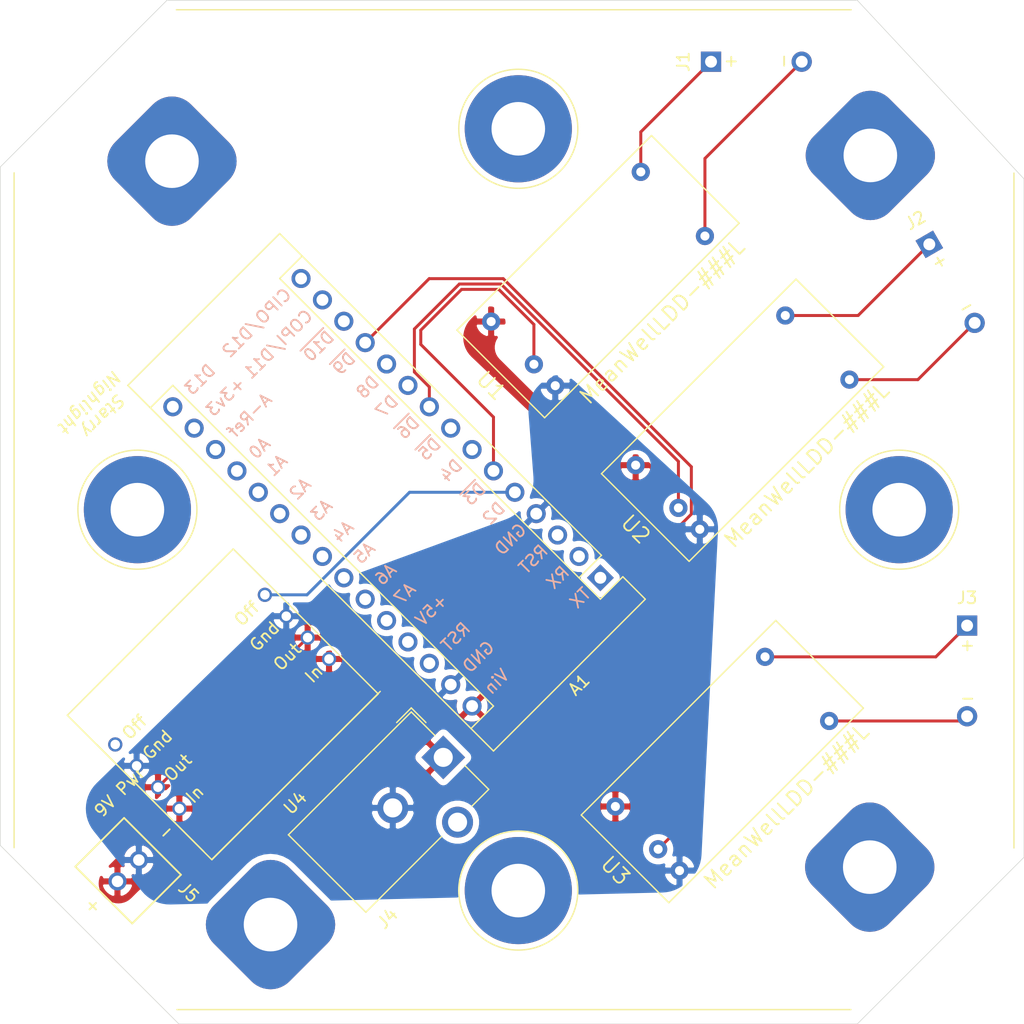
<source format=kicad_pcb>
(kicad_pcb (version 20171130) (host pcbnew "(5.1.8)-1")

  (general
    (thickness 1.6)
    (drawings 9)
    (tracks 37)
    (zones 0)
    (modules 15)
    (nets 14)
  )

  (page A4)
  (layers
    (0 F.Cu signal hide)
    (31 B.Cu signal hide)
    (32 B.Adhes user)
    (33 F.Adhes user)
    (34 B.Paste user)
    (35 F.Paste user)
    (36 B.SilkS user)
    (37 F.SilkS user)
    (38 B.Mask user)
    (39 F.Mask user)
    (40 Dwgs.User user)
    (41 Cmts.User user)
    (42 Eco1.User user)
    (43 Eco2.User user)
    (44 Edge.Cuts user)
    (45 Margin user)
    (46 B.CrtYd user hide)
    (47 F.CrtYd user hide)
    (48 B.Fab user)
    (49 F.Fab user hide)
  )

  (setup
    (last_trace_width 0.25)
    (user_trace_width 0.5)
    (user_trace_width 1)
    (trace_clearance 0.2)
    (zone_clearance 0.508)
    (zone_45_only no)
    (trace_min 0.2)
    (via_size 0.8)
    (via_drill 0.4)
    (via_min_size 0.4)
    (via_min_drill 0.3)
    (uvia_size 0.3)
    (uvia_drill 0.1)
    (uvias_allowed no)
    (uvia_min_size 0.2)
    (uvia_min_drill 0.1)
    (edge_width 0.05)
    (segment_width 0.2)
    (pcb_text_width 0.3)
    (pcb_text_size 1.5 1.5)
    (mod_edge_width 0.12)
    (mod_text_size 1 1)
    (mod_text_width 0.15)
    (pad_size 9 9)
    (pad_drill 4.5)
    (pad_to_mask_clearance 0)
    (aux_axis_origin 0 0)
    (grid_origin 1.2484 0.969)
    (visible_elements 7FFFFFFF)
    (pcbplotparams
      (layerselection 0x010fc_ffffffff)
      (usegerberextensions false)
      (usegerberattributes true)
      (usegerberadvancedattributes true)
      (creategerberjobfile true)
      (excludeedgelayer true)
      (linewidth 0.100000)
      (plotframeref false)
      (viasonmask false)
      (mode 1)
      (useauxorigin false)
      (hpglpennumber 1)
      (hpglpenspeed 20)
      (hpglpendiameter 15.000000)
      (psnegative false)
      (psa4output false)
      (plotreference true)
      (plotvalue true)
      (plotinvisibletext false)
      (padsonsilk false)
      (subtractmaskfromsilk false)
      (outputformat 1)
      (mirror false)
      (drillshape 0)
      (scaleselection 1)
      (outputdirectory "V:/Dropbox/Project - LED Dimmer Board/Gerbers/"))
  )

  (net 0 "")
  (net 1 GND)
  (net 2 "Net-(J1-Pad1)")
  (net 3 "Net-(J2-Pad1)")
  (net 4 "Net-(J3-Pad1)")
  (net 5 +9V)
  (net 6 "Net-(J1-Pad4)")
  (net 7 "Net-(J2-Pad4)")
  (net 8 "Net-(J3-Pad4)")
  (net 9 shutdownPin)
  (net 10 Controlled9V)
  (net 11 ledPin3)
  (net 12 ledPin2)
  (net 13 ledPin1)

  (net_class Default "This is the default net class."
    (clearance 0.2)
    (trace_width 0.25)
    (via_dia 0.8)
    (via_drill 0.4)
    (uvia_dia 0.3)
    (uvia_drill 0.1)
    (add_net +9V)
    (add_net Controlled9V)
    (add_net GND)
    (add_net "Net-(J1-Pad1)")
    (add_net "Net-(J1-Pad4)")
    (add_net "Net-(J2-Pad1)")
    (add_net "Net-(J2-Pad4)")
    (add_net "Net-(J3-Pad1)")
    (add_net "Net-(J3-Pad4)")
    (add_net ledPin1)
    (add_net ledPin2)
    (add_net ledPin3)
    (add_net shutdownPin)
  )

  (module VPB_footprint:StarryNightlightDrillHoles (layer F.Cu) (tedit 601C3B42) (tstamp 601C5117)
    (at 80.459979 107.713118 90)
    (fp_text reference REF** (at 13.716 -40.9956 90) (layer F.SilkS) hide
      (effects (font (size 1 1) (thickness 0.15)))
    )
    (fp_text value StarryNightlightLEDdriver (at 33.274 -40.9956 90) (layer F.Fab) hide
      (effects (font (size 1 1) (thickness 0.15)))
    )
    (fp_line (start 3.6068 -42.3596) (end 60.2996 -42.3596) (layer F.SilkS) (width 0.12))
    (fp_line (start 74 -28.7274) (end 74 27.9654) (layer F.SilkS) (width 0.12))
    (fp_line (start 60.2742 41.6404) (end 3.5814 41.6404) (layer F.SilkS) (width 0.12))
    (fp_line (start -10 -28.6766) (end -10 27.94) (layer F.SilkS) (width 0.12))
    (fp_circle (center 0 0) (end 5 0) (layer F.SilkS) (width 0.12))
    (fp_circle (center 32 -32) (end 37 -32) (layer F.SilkS) (width 0.12))
    (fp_circle (center 32 32) (end 37 32) (layer F.SilkS) (width 0.12))
    (fp_circle (center 64 0) (end 69 0) (layer F.SilkS) (width 0.12))
    (pad 2 thru_hole circle (at 32 32 90) (size 9 9) (drill 4.5) (layers *.Cu *.Mask))
    (pad 3 thru_hole circle (at 64 0 90) (size 9 9) (drill 4.5) (layers *.Cu *.Mask))
    (pad 4 thru_hole circle (at 32 -32 90) (size 9 9) (drill 4.5) (layers *.Cu *.Mask))
    (pad 1 thru_hole circle (at 0 0 90) (size 9 9) (drill 4.5) (layers *.Cu *.Mask))
  )

  (module MountingHole:MountingHole_4.5mm_Pad (layer F.Cu) (tedit 56D1B4CB) (tstamp 601C3FA2)
    (at 59.643 110.57 45)
    (descr "Mounting Hole 4.5mm")
    (tags "mounting hole 4.5mm")
    (attr virtual)
    (fp_text reference "" (at 0 -5.5 45) (layer F.SilkS) hide
      (effects (font (size 1 1) (thickness 0.15)))
    )
    (fp_text value MountingHole_4.5mm_Pad (at 0 5.5 45) (layer F.Fab) hide
      (effects (font (size 1 1) (thickness 0.15)))
    )
    (fp_text user %R (at 0.3 0 45) (layer F.Fab) hide
      (effects (font (size 1 1) (thickness 0.15)))
    )
    (fp_circle (center 0 0) (end 4.5 0) (layer Cmts.User) (width 0.15))
    (fp_circle (center 0 0) (end 4.75 0) (layer F.CrtYd) (width 0.05))
    (pad 1 thru_hole roundrect (at 0 0 45) (size 9 9) (drill 4.5) (layers *.Cu *.Mask) (roundrect_rratio 0.25))
  )

  (module VPB_footprint:ScrewTerminal9VLabel (layer F.Cu) (tedit 6019E972) (tstamp 601A70AB)
    (at 46.784019 106.940816 45)
    (path /6016D4D8)
    (fp_text reference J5 (at 3.5814 4.8768 315) (layer F.SilkS)
      (effects (font (size 1 1) (thickness 0.15)))
    )
    (fp_text value "9V Pwr" (at 5.4356 -5.1816 45) (layer F.SilkS)
      (effects (font (size 1 1) (thickness 0.15)))
    )
    (fp_circle (center 0 1.905) (end 0.381 1.905) (layer F.Fab) (width 0.1524))
    (fp_line (start 4.2926 -3.5052) (end -1.7526 -3.5052) (layer F.CrtYd) (width 0.1524))
    (fp_line (start 4.2926 3.5052) (end 4.2926 -3.5052) (layer F.CrtYd) (width 0.1524))
    (fp_line (start -1.7526 3.5052) (end 4.2926 3.5052) (layer F.CrtYd) (width 0.1524))
    (fp_line (start -1.7526 -3.5052) (end -1.7526 3.5052) (layer F.CrtYd) (width 0.1524))
    (fp_line (start -1.4986 -3.2512) (end -1.4986 3.2512) (layer F.Fab) (width 0.1524))
    (fp_line (start 4.0386 -3.2512) (end -1.4986 -3.2512) (layer F.Fab) (width 0.1524))
    (fp_line (start 4.0386 3.2512) (end 4.0386 -3.2512) (layer F.Fab) (width 0.1524))
    (fp_line (start -1.4986 3.2512) (end 4.0386 3.2512) (layer F.Fab) (width 0.1524))
    (fp_line (start -1.6256 -3.3782) (end -1.6256 3.3782) (layer F.SilkS) (width 0.1524))
    (fp_line (start 4.1656 -3.3782) (end -1.6256 -3.3782) (layer F.SilkS) (width 0.1524))
    (fp_line (start 4.1656 3.3782) (end 4.1656 -3.3782) (layer F.SilkS) (width 0.1524))
    (fp_line (start -1.6256 3.3782) (end 4.1656 3.3782) (layer F.SilkS) (width 0.1524))
    (fp_text user - (at 5.8166 -0.0675 45) (layer F.SilkS)
      (effects (font (size 1 1) (thickness 0.15)))
    )
    (fp_text user + (at -2.9464 -0.0675 45) (layer F.SilkS)
      (effects (font (size 1 1) (thickness 0.15)))
    )
    (fp_text user * (at 0 -0.0675 45) (layer F.Fab)
      (effects (font (size 1 1) (thickness 0.15)))
    )
    (fp_text user None (at 0 -0.00431 45) (layer Cmts.User) hide
      (effects (font (size 0.127 0.127) (thickness 0.002)))
    )
    (pad 2 thru_hole circle (at 2.54 0 45) (size 1.524 1.524) (drill 0.9652) (layers *.Cu *.Mask)
      (net 1 GND))
    (pad 1 thru_hole circle (at 0 0 45) (size 1.524 1.524) (drill 0.9652) (layers *.Cu *.Mask)
      (net 5 +9V))
  )

  (module VPB_footprint:TwoSpacedPins (layer F.Cu) (tedit 6015C206) (tstamp 601C3688)
    (at 114.9896 53.42 30)
    (descr "Through hole straight pin header, 1x04, 2.54mm pitch, single row")
    (tags "Through hole pin header THT 1x04 2.54mm single row")
    (path /6013D399)
    (fp_text reference J2 (at 0 -2.33 30) (layer F.SilkS)
      (effects (font (size 1 1) (thickness 0.15)))
    )
    (fp_text value SpacedSolderHoles (at -2.7686 4.191 120) (layer F.Fab)
      (effects (font (size 1 1) (thickness 0.15)))
    )
    (fp_line (start -0.635 -1.27) (end 1.27 -1.27) (layer F.Fab) (width 0.1))
    (fp_line (start 1.27 -1.27) (end 1.27 8.89) (layer F.Fab) (width 0.1))
    (fp_line (start 1.27 8.89) (end -1.27 8.89) (layer F.Fab) (width 0.1))
    (fp_line (start -1.27 8.89) (end -1.27 -0.635) (layer F.Fab) (width 0.1))
    (fp_line (start -1.27 -0.635) (end -0.635 -1.27) (layer F.Fab) (width 0.1))
    (fp_line (start -1.8 -1.8) (end -1.8 9.4) (layer F.CrtYd) (width 0.05))
    (fp_line (start -1.8 9.4) (end 1.8 9.4) (layer F.CrtYd) (width 0.05))
    (fp_line (start 1.8 9.4) (end 1.8 -1.8) (layer F.CrtYd) (width 0.05))
    (fp_line (start 1.8 -1.8) (end -1.8 -1.8) (layer F.CrtYd) (width 0.05))
    (fp_text user %R (at 0 3.81 120) (layer F.Fab)
      (effects (font (size 1 1) (thickness 0.15)))
    )
    (fp_text user + (at 0.0254 1.6256 30) (layer F.SilkS)
      (effects (font (size 1 1) (thickness 0.15)))
    )
    (fp_text user - (at 0.0508 6.0706 30) (layer F.SilkS)
      (effects (font (size 1 1) (thickness 0.15)))
    )
    (pad 1 thru_hole rect (at 0 0 30) (size 1.7 1.7) (drill 1) (layers *.Cu *.Mask)
      (net 3 "Net-(J2-Pad1)"))
    (pad 4 thru_hole oval (at 0 7.62 30) (size 1.7 1.7) (drill 1) (layers *.Cu *.Mask)
      (net 7 "Net-(J2-Pad4)"))
    (model ${KISYS3DMOD}/Connector_PinHeader_2.54mm.3dshapes/PinHeader_1x04_P2.54mm_Vertical.wrl
      (at (xyz 0 0 0))
      (scale (xyz 1 1 1))
      (rotate (xyz 0 0 0))
    )
  )

  (module VPB_footprint:TwoSpacedPins (layer F.Cu) (tedit 6014B469) (tstamp 601C37E1)
    (at 96.6508 38.0784 90)
    (descr "Through hole straight pin header, 1x04, 2.54mm pitch, single row")
    (tags "Through hole pin header THT 1x04 2.54mm single row")
    (path /6013C1F5)
    (fp_text reference J1 (at 0 -2.33 90) (layer F.SilkS)
      (effects (font (size 1 1) (thickness 0.15)))
    )
    (fp_text value SpacedSolderHoles (at -2.6416 4.1402) (layer F.Fab)
      (effects (font (size 1 1) (thickness 0.15)))
    )
    (fp_line (start 1.8 -1.8) (end -1.8 -1.8) (layer F.CrtYd) (width 0.05))
    (fp_line (start 1.8 9.4) (end 1.8 -1.8) (layer F.CrtYd) (width 0.05))
    (fp_line (start -1.8 9.4) (end 1.8 9.4) (layer F.CrtYd) (width 0.05))
    (fp_line (start -1.8 -1.8) (end -1.8 9.4) (layer F.CrtYd) (width 0.05))
    (fp_line (start -1.27 -0.635) (end -0.635 -1.27) (layer F.Fab) (width 0.1))
    (fp_line (start -1.27 8.89) (end -1.27 -0.635) (layer F.Fab) (width 0.1))
    (fp_line (start 1.27 8.89) (end -1.27 8.89) (layer F.Fab) (width 0.1))
    (fp_line (start 1.27 -1.27) (end 1.27 8.89) (layer F.Fab) (width 0.1))
    (fp_line (start -0.635 -1.27) (end 1.27 -1.27) (layer F.Fab) (width 0.1))
    (fp_text user %R (at 0 3.81) (layer F.Fab)
      (effects (font (size 1 1) (thickness 0.15)))
    )
    (fp_text user + (at 0.0254 1.6256 90) (layer F.SilkS)
      (effects (font (size 1 1) (thickness 0.15)))
    )
    (fp_text user - (at 0.0508 6.0706 90) (layer F.SilkS)
      (effects (font (size 1 1) (thickness 0.15)))
    )
    (pad 1 thru_hole rect (at 0 0 90) (size 1.7 1.7) (drill 1) (layers *.Cu *.Mask)
      (net 2 "Net-(J1-Pad1)"))
    (pad 4 thru_hole oval (at 0 7.62 90) (size 1.7 1.7) (drill 1) (layers *.Cu *.Mask)
      (net 6 "Net-(J1-Pad4)"))
    (model ${KISYS3DMOD}/Connector_PinHeader_2.54mm.3dshapes/PinHeader_1x04_P2.54mm_Vertical.wrl
      (at (xyz 0 0 0))
      (scale (xyz 1 1 1))
      (rotate (xyz 0 0 0))
    )
  )

  (module VPB_footprint:TwoSpacedPins (layer F.Cu) (tedit 6014B469) (tstamp 601C5263)
    (at 118.1646 85.4494)
    (descr "Through hole straight pin header, 1x04, 2.54mm pitch, single row")
    (tags "Through hole pin header THT 1x04 2.54mm single row")
    (path /6013E636)
    (fp_text reference J3 (at 0 -2.33) (layer F.SilkS)
      (effects (font (size 1 1) (thickness 0.15)))
    )
    (fp_text value SpacedSolderHoles (at -2.6162 4.2418 90) (layer F.Fab)
      (effects (font (size 1 1) (thickness 0.15)))
    )
    (fp_line (start 1.8 -1.8) (end -1.8 -1.8) (layer F.CrtYd) (width 0.05))
    (fp_line (start 1.8 9.4) (end 1.8 -1.8) (layer F.CrtYd) (width 0.05))
    (fp_line (start -1.8 9.4) (end 1.8 9.4) (layer F.CrtYd) (width 0.05))
    (fp_line (start -1.8 -1.8) (end -1.8 9.4) (layer F.CrtYd) (width 0.05))
    (fp_line (start -1.27 -0.635) (end -0.635 -1.27) (layer F.Fab) (width 0.1))
    (fp_line (start -1.27 8.89) (end -1.27 -0.635) (layer F.Fab) (width 0.1))
    (fp_line (start 1.27 8.89) (end -1.27 8.89) (layer F.Fab) (width 0.1))
    (fp_line (start 1.27 -1.27) (end 1.27 8.89) (layer F.Fab) (width 0.1))
    (fp_line (start -0.635 -1.27) (end 1.27 -1.27) (layer F.Fab) (width 0.1))
    (fp_text user %R (at 0 3.81 90) (layer F.Fab)
      (effects (font (size 1 1) (thickness 0.15)))
    )
    (fp_text user + (at 0.0254 1.6256) (layer F.SilkS)
      (effects (font (size 1 1) (thickness 0.15)))
    )
    (fp_text user - (at 0.0508 6.0706) (layer F.SilkS)
      (effects (font (size 1 1) (thickness 0.15)))
    )
    (pad 1 thru_hole rect (at 0 0) (size 1.7 1.7) (drill 1) (layers *.Cu *.Mask)
      (net 4 "Net-(J3-Pad1)"))
    (pad 4 thru_hole oval (at 0 7.62) (size 1.7 1.7) (drill 1) (layers *.Cu *.Mask)
      (net 8 "Net-(J3-Pad4)"))
    (model ${KISYS3DMOD}/Connector_PinHeader_2.54mm.3dshapes/PinHeader_1x04_P2.54mm_Vertical.wrl
      (at (xyz 0 0 0))
      (scale (xyz 1 1 1))
      (rotate (xyz 0 0 0))
    )
  )

  (module VPB_footprint:Meanwell-LDD (layer F.Cu) (tedit 60149E7C) (tstamp 601A7051)
    (at 101.0958 68.3806 45)
    (path /6013B170)
    (fp_text reference U2 (at -13.97 -1.27 135) (layer F.SilkS)
      (effects (font (size 1.27 1.27) (thickness 0.15)))
    )
    (fp_text value MeanWellLDD-###L (at 0 5.08 225) (layer F.SilkS)
      (effects (font (size 1.27 1.27) (thickness 0.15)))
    )
    (fp_line (start -15.24 7.112) (end -15.24 -8.636) (layer F.CrtYd) (width 0.12))
    (fp_line (start 13.208 -8.636) (end 13.208 7.112) (layer F.CrtYd) (width 0.12))
    (fp_line (start -15.24 -8.636) (end 13.208 -8.636) (layer F.CrtYd) (width 0.12))
    (fp_line (start -15.24 7.112) (end 13.208 7.112) (layer F.CrtYd) (width 0.12))
    (fp_line (start -12.7 3.81) (end -12.7 -6.604) (layer Dwgs.User) (width 0.12))
    (fp_line (start -12.7 -6.604) (end 10.414 -6.604) (layer Dwgs.User) (width 0.12))
    (fp_line (start 10.414 -6.604) (end 10.414 3.81) (layer Dwgs.User) (width 0.12))
    (fp_line (start 10.414 3.81) (end -12.7 3.81) (layer Dwgs.User) (width 0.12))
    (fp_line (start -12.446 3.556) (end -12.446 -6.35) (layer Dwgs.User) (width 0.12))
    (fp_line (start -12.446 -6.35) (end 10.16 -6.35) (layer Dwgs.User) (width 0.12))
    (fp_line (start 10.16 -6.35) (end 10.16 3.556) (layer Dwgs.User) (width 0.12))
    (fp_line (start 10.16 3.556) (end -12.446 3.556) (layer Dwgs.User) (width 0.12))
    (fp_line (start -12.446 -6.35) (end -12.446 3.556) (layer F.Fab) (width 0.12))
    (fp_line (start -12.446 3.556) (end 10.16 3.556) (layer F.Fab) (width 0.12))
    (fp_line (start 10.16 3.556) (end 10.16 -6.35) (layer F.Fab) (width 0.12))
    (fp_line (start 10.16 -6.35) (end -12.446 -6.35) (layer F.Fab) (width 0.12))
    (fp_line (start -12.7 -6.604) (end -12.7 3.81) (layer F.SilkS) (width 0.12))
    (fp_line (start -12.7 3.81) (end 10.414 3.81) (layer F.SilkS) (width 0.12))
    (fp_line (start 10.414 3.81) (end 10.414 -6.604) (layer F.SilkS) (width 0.12))
    (fp_line (start 10.414 -6.604) (end -12.7 -6.604) (layer F.SilkS) (width 0.12))
    (pad 1 thru_hole circle (at -10.16 -5.08 315) (size 1.524 1.524) (drill 0.762) (layers *.Cu *.Mask)
      (net 10 Controlled9V))
    (pad 4 thru_hole circle (at -10.16 2.54 315) (size 1.524 1.524) (drill 0.762) (layers *.Cu *.Mask)
      (net 1 GND))
    (pad 6 thru_hole circle (at 7.62 -5.08 315) (size 1.524 1.524) (drill 0.762) (layers *.Cu *.Mask)
      (net 3 "Net-(J2-Pad1)"))
    (pad 5 thru_hole circle (at 7.62 2.54 315) (size 1.524 1.524) (drill 0.762) (layers *.Cu *.Mask)
      (net 7 "Net-(J2-Pad4)"))
    (pad 3 thru_hole circle (at -10.16 0 315) (size 1.524 1.524) (drill 0.762) (layers *.Cu *.Mask)
      (net 12 ledPin2))
  )

  (module VPB_footprint:Arduino_Nano_Every_Silkscreen (layer F.Cu) (tedit 60161BDE) (tstamp 601A6FF7)
    (at 87.3544 81.4362 225)
    (descr "Arduino Nano, http://www.mouser.com/pdfdocs/Gravitech_Arduino_Nano3_0.pdf")
    (tags "Arduino Nano")
    (path /60148AFF)
    (fp_text reference A1 (at 7.62 -5.08 45) (layer F.SilkS)
      (effects (font (size 1 1) (thickness 0.15)))
    )
    (fp_text value Arduino_Nano_Every (at 8.89 19.05 225) (layer F.Fab)
      (effects (font (size 1 1) (thickness 0.15)))
    )
    (fp_line (start 16.75 42.16) (end -1.53 42.16) (layer F.CrtYd) (width 0.05))
    (fp_line (start 16.75 42.16) (end 16.75 -4.06) (layer F.CrtYd) (width 0.05))
    (fp_line (start -1.53 -4.06) (end -1.53 42.16) (layer F.CrtYd) (width 0.05))
    (fp_line (start -1.53 -4.06) (end 16.75 -4.06) (layer F.CrtYd) (width 0.05))
    (fp_line (start 16.51 -3.81) (end 16.51 39.37) (layer F.Fab) (width 0.1))
    (fp_line (start 0 -3.81) (end 16.51 -3.81) (layer F.Fab) (width 0.1))
    (fp_line (start -1.27 -2.54) (end 0 -3.81) (layer F.Fab) (width 0.1))
    (fp_line (start -1.27 39.37) (end -1.27 -2.54) (layer F.Fab) (width 0.1))
    (fp_line (start 16.51 39.37) (end -1.27 39.37) (layer F.Fab) (width 0.1))
    (fp_line (start 16.64 -3.94) (end -1.4 -3.94) (layer F.SilkS) (width 0.12))
    (fp_line (start 16.64 39.5) (end 16.64 -3.94) (layer F.SilkS) (width 0.12))
    (fp_line (start -1.4 39.5) (end 16.64 39.5) (layer F.SilkS) (width 0.12))
    (fp_line (start 3.81 41.91) (end 3.81 31.75) (layer F.Fab) (width 0.1))
    (fp_line (start 11.43 41.91) (end 3.81 41.91) (layer F.Fab) (width 0.1))
    (fp_line (start 11.43 31.75) (end 11.43 41.91) (layer F.Fab) (width 0.1))
    (fp_line (start 3.81 31.75) (end 11.43 31.75) (layer F.Fab) (width 0.1))
    (fp_line (start 1.27 36.83) (end -1.4 36.83) (layer F.SilkS) (width 0.12))
    (fp_line (start 1.27 1.27) (end 1.27 36.83) (layer F.SilkS) (width 0.12))
    (fp_line (start 1.27 1.27) (end -1.4 1.27) (layer F.SilkS) (width 0.12))
    (fp_line (start 13.97 36.83) (end 16.64 36.83) (layer F.SilkS) (width 0.12))
    (fp_line (start 13.97 -1.27) (end 13.97 36.83) (layer F.SilkS) (width 0.12))
    (fp_line (start 13.97 -1.27) (end 16.64 -1.27) (layer F.SilkS) (width 0.12))
    (fp_line (start -1.4 -3.94) (end -1.4 -1.27) (layer F.SilkS) (width 0.12))
    (fp_line (start -1.4 1.27) (end -1.4 39.5) (layer F.SilkS) (width 0.12))
    (fp_line (start 1.27 -1.27) (end -1.4 -1.27) (layer F.SilkS) (width 0.12))
    (fp_line (start 1.27 1.27) (end 1.27 -1.27) (layer F.SilkS) (width 0.12))
    (fp_text user %R (at 6.35 19.05 135) (layer F.Fab)
      (effects (font (size 1 1) (thickness 0.15)))
    )
    (fp_text user TX (at 2.381334 0 45) (layer B.SilkS)
      (effects (font (size 1 1) (thickness 0.15)) (justify mirror))
    )
    (fp_text user RX (at 2.500381 2.54 45) (layer B.SilkS)
      (effects (font (size 1 1) (thickness 0.15)) (justify mirror))
    )
    (fp_text user RST (at 2.881334 5.08 45) (layer B.SilkS)
      (effects (font (size 1 1) (thickness 0.15)) (justify mirror))
    )
    (fp_text user GND (at 3.048 7.62 45) (layer B.SilkS)
      (effects (font (size 1 1) (thickness 0.15)) (justify mirror))
    )
    (fp_text user D2 (at 2.500381 10.16 45) (layer B.SilkS)
      (effects (font (size 1 1) (thickness 0.15)) (justify mirror))
    )
    (fp_text user ~D3 (at 2.500381 12.446 45) (layer B.SilkS)
      (effects (font (size 1 1) (thickness 0.15)) (justify mirror))
    )
    (fp_text user D4 (at 2.500381 15.24 45) (layer B.SilkS)
      (effects (font (size 1 1) (thickness 0.15)) (justify mirror))
    )
    (fp_text user ~D5 (at 2.500381 17.78 45) (layer B.SilkS)
      (effects (font (size 1 1) (thickness 0.15)) (justify mirror))
    )
    (fp_text user ~D6 (at 2.500381 20.32 45) (layer B.SilkS)
      (effects (font (size 1 1) (thickness 0.15)) (justify mirror))
    )
    (fp_text user D7 (at 2.500381 22.86 45) (layer B.SilkS)
      (effects (font (size 1 1) (thickness 0.15)) (justify mirror))
    )
    (fp_text user D8 (at 2.500381 25.146 45) (layer B.SilkS)
      (effects (font (size 1 1) (thickness 0.15)) (justify mirror))
    )
    (fp_text user ~D9 (at 2.500381 27.94 45) (layer B.SilkS)
      (effects (font (size 1 1) (thickness 0.15)) (justify mirror))
    )
    (fp_text user ~D10 (at 2.976572 30.48 45) (layer B.SilkS)
      (effects (font (size 1 1) (thickness 0.15)) (justify mirror))
    )
    (fp_text user COPI/D11 (at 5.262286 33.02 45) (layer B.SilkS)
      (effects (font (size 1 1) (thickness 0.15)) (justify mirror))
    )
    (fp_text user +3v3 (at 11.509429 33.02 45) (layer B.SilkS)
      (effects (font (size 1 1) (thickness 0.15)) (justify mirror))
    )
    (fp_text user A-Ref (at 11.199905 30.48 45) (layer B.SilkS)
      (effects (font (size 1 1) (thickness 0.15)) (justify mirror))
    )
    (fp_text user CIPO/D12 (at 5.262286 35.56 45) (layer B.SilkS)
      (effects (font (size 1 1) (thickness 0.15)) (justify mirror))
    )
    (fp_text user D13 (at 12.009429 35.56 45) (layer B.SilkS)
      (effects (font (size 1 1) (thickness 0.15)) (justify mirror))
    )
    (fp_text user A0 (at 12.557048 27.94 45) (layer B.SilkS)
      (effects (font (size 1 1) (thickness 0.15)) (justify mirror))
    )
    (fp_text user A1 (at 12.557048 25.908 45) (layer B.SilkS)
      (effects (font (size 1 1) (thickness 0.15)) (justify mirror))
    )
    (fp_text user A2 (at 12.557048 23.114 45) (layer B.SilkS)
      (effects (font (size 1 1) (thickness 0.15)) (justify mirror))
    )
    (fp_text user A3 (at 12.557048 20.574 45) (layer B.SilkS)
      (effects (font (size 1 1) (thickness 0.15)) (justify mirror))
    )
    (fp_text user A4 (at 12.557048 18.034 45) (layer B.SilkS)
      (effects (font (size 1 1) (thickness 0.15)) (justify mirror))
    )
    (fp_text user A5 (at 12.557048 15.494 45) (layer B.SilkS)
      (effects (font (size 1 1) (thickness 0.15)) (justify mirror))
    )
    (fp_text user A6 (at 12.557048 12.954 45) (layer B.SilkS)
      (effects (font (size 1 1) (thickness 0.15)) (justify mirror))
    )
    (fp_text user A7 (at 12.557048 10.668 45) (layer B.SilkS)
      (effects (font (size 1 1) (thickness 0.15)) (justify mirror))
    )
    (fp_text user +5V (at 11.938 8.128 45) (layer B.SilkS)
      (effects (font (size 1 1) (thickness 0.15)) (justify mirror))
    )
    (fp_text user RST (at 12.104667 5.08 45) (layer B.SilkS)
      (effects (font (size 1 1) (thickness 0.15)) (justify mirror))
    )
    (fp_text user GND (at 11.938 2.54 45) (layer B.SilkS)
      (effects (font (size 1 1) (thickness 0.15)) (justify mirror))
    )
    (fp_text user Vin (at 12.342762 0 45) (layer B.SilkS)
      (effects (font (size 1 1) (thickness 0.15)) (justify mirror))
    )
    (pad 1 thru_hole rect (at 0 0 225) (size 1.6 1.6) (drill 1) (layers *.Cu *.Mask))
    (pad 17 thru_hole oval (at 15.24 33.02 225) (size 1.6 1.6) (drill 1) (layers *.Cu *.Mask))
    (pad 2 thru_hole oval (at 0 2.54 225) (size 1.6 1.6) (drill 1) (layers *.Cu *.Mask))
    (pad 18 thru_hole oval (at 15.24 30.48 225) (size 1.6 1.6) (drill 1) (layers *.Cu *.Mask))
    (pad 3 thru_hole oval (at 0 5.08 225) (size 1.6 1.6) (drill 1) (layers *.Cu *.Mask))
    (pad 19 thru_hole oval (at 15.24 27.94 225) (size 1.6 1.6) (drill 1) (layers *.Cu *.Mask))
    (pad 4 thru_hole oval (at 0 7.62 225) (size 1.6 1.6) (drill 1) (layers *.Cu *.Mask)
      (net 1 GND))
    (pad 20 thru_hole oval (at 15.24 25.4 225) (size 1.6 1.6) (drill 1) (layers *.Cu *.Mask))
    (pad 5 thru_hole oval (at 0 10.16 225) (size 1.6 1.6) (drill 1) (layers *.Cu *.Mask)
      (net 9 shutdownPin))
    (pad 21 thru_hole oval (at 15.24 22.86 225) (size 1.6 1.6) (drill 1) (layers *.Cu *.Mask))
    (pad 6 thru_hole oval (at 0 12.7 225) (size 1.6 1.6) (drill 1) (layers *.Cu *.Mask)
      (net 13 ledPin1))
    (pad 22 thru_hole oval (at 15.24 20.32 225) (size 1.6 1.6) (drill 1) (layers *.Cu *.Mask))
    (pad 7 thru_hole oval (at 0 15.24 225) (size 1.6 1.6) (drill 1) (layers *.Cu *.Mask))
    (pad 23 thru_hole oval (at 15.24 17.78 225) (size 1.6 1.6) (drill 1) (layers *.Cu *.Mask))
    (pad 8 thru_hole oval (at 0 17.78 225) (size 1.6 1.6) (drill 1) (layers *.Cu *.Mask))
    (pad 24 thru_hole oval (at 15.24 15.24 225) (size 1.6 1.6) (drill 1) (layers *.Cu *.Mask))
    (pad 9 thru_hole oval (at 0 20.32 225) (size 1.6 1.6) (drill 1) (layers *.Cu *.Mask)
      (net 12 ledPin2))
    (pad 25 thru_hole oval (at 15.24 12.7 225) (size 1.6 1.6) (drill 1) (layers *.Cu *.Mask))
    (pad 10 thru_hole oval (at 0 22.86 225) (size 1.6 1.6) (drill 1) (layers *.Cu *.Mask))
    (pad 26 thru_hole oval (at 15.24 10.16 225) (size 1.6 1.6) (drill 1) (layers *.Cu *.Mask))
    (pad 11 thru_hole oval (at 0 25.4 225) (size 1.6 1.6) (drill 1) (layers *.Cu *.Mask))
    (pad 27 thru_hole oval (at 15.24 7.62 225) (size 1.6 1.6) (drill 1) (layers *.Cu *.Mask))
    (pad 12 thru_hole oval (at 0 27.94 225) (size 1.6 1.6) (drill 1) (layers *.Cu *.Mask)
      (net 11 ledPin3))
    (pad 28 thru_hole oval (at 15.24 5.08 225) (size 1.6 1.6) (drill 1) (layers *.Cu *.Mask))
    (pad 13 thru_hole oval (at 0 30.48 225) (size 1.6 1.6) (drill 1) (layers *.Cu *.Mask))
    (pad 29 thru_hole oval (at 15.24 2.54 225) (size 1.6 1.6) (drill 1) (layers *.Cu *.Mask)
      (net 1 GND))
    (pad 14 thru_hole oval (at 0 33.02 225) (size 1.6 1.6) (drill 1) (layers *.Cu *.Mask))
    (pad 30 thru_hole oval (at 15.24 0 225) (size 1.6 1.6) (drill 1) (layers *.Cu *.Mask)
      (net 10 Controlled9V))
    (pad 15 thru_hole oval (at 0 35.56 225) (size 1.6 1.6) (drill 1) (layers *.Cu *.Mask))
    (pad 16 thru_hole oval (at 15.24 35.56 225) (size 1.6 1.6) (drill 1) (layers *.Cu *.Mask))
    (model ${KISYS3DMOD}/Module.3dshapes/Arduino_Nano_WithMountingHoles.wrl
      (at (xyz 0 0 0))
      (scale (xyz 1 1 1))
      (rotate (xyz 0 0 0))
    )
  )

  (module VPB_footprint:AdafruitCoolPushbutton (layer F.Cu) (tedit 60163D14) (tstamp 601A6FD8)
    (at 55.854077 92.231156 225)
    (path /60139770)
    (fp_text reference U4 (at 1.594045 -9.887106 45) (layer F.SilkS)
      (effects (font (size 1 1) (thickness 0.15)))
    )
    (fp_text value "Power Control Switch" (at -11.336199 0.297 135) (layer F.Fab)
      (effects (font (size 1 1) (thickness 0.15)))
    )
    (fp_line (start 9.898201 -8.3136) (end -10.081799 -8.313601) (layer F.SilkS) (width 0.12))
    (fp_line (start 9.913801 2.496999) (end 9.913801 -7.323) (layer F.SilkS) (width 0.12))
    (fp_line (start 10.253801 0.297) (end 10.253801 -8.593) (layer F.CrtYd) (width 0.12))
    (fp_line (start 10.253801 -8.593) (end -10.066199 -8.593) (layer F.CrtYd) (width 0.12))
    (fp_line (start -10.066199 -8.593) (end -10.066199 9.187) (layer F.CrtYd) (width 0.12))
    (fp_line (start -10.066199 9.187) (end 10.253801 9.187) (layer F.CrtYd) (width 0.12))
    (fp_line (start 10.253801 9.187) (end 10.253801 0.297) (layer F.CrtYd) (width 0.12))
    (fp_line (start 9.913801 2.496999) (end 9.913801 5.377001) (layer F.SilkS) (width 0.12))
    (fp_line (start 9.923601 -8.3136) (end 9.923601 8.8568) (layer F.SilkS) (width 0.12))
    (fp_line (start 9.923601 8.8568) (end -9.812199 8.8822) (layer F.SilkS) (width 0.12))
    (fp_line (start -9.812199 8.8822) (end -9.812199 -8.339) (layer F.SilkS) (width 0.12))
    (fp_line (start -9.812199 -8.339) (end 9.898201 -8.2882) (layer F.SilkS) (width 0.12))
    (fp_text user In (at 7.04063 -3.4114 45) (layer F.SilkS)
      (effects (font (size 1 1) (thickness 0.15)))
    )
    (fp_text user Out (at 6.469201 -0.8206 45) (layer F.SilkS)
      (effects (font (size 1 1) (thickness 0.15)))
    )
    (fp_text user Gnd (at 6.326344 1.7448 45) (layer F.SilkS)
      (effects (font (size 1 1) (thickness 0.15)))
    )
    (fp_text user Off (at 6.635868 4.1578 45) (layer F.SilkS)
      (effects (font (size 1 1) (thickness 0.15)))
    )
    (fp_text user Off (at -6.778608 4.234001 225) (layer F.SilkS)
      (effects (font (size 1 1) (thickness 0.15)))
    )
    (fp_text user Gnd (at -6.469084 1.821 225) (layer F.SilkS)
      (effects (font (size 1 1) (thickness 0.15)))
    )
    (fp_text user In (at -7.18337 -3.3352 225) (layer F.SilkS)
      (effects (font (size 1 1) (thickness 0.15)))
    )
    (fp_text user Out (at -6.611941 -0.7444 225) (layer F.SilkS)
      (effects (font (size 1 1) (thickness 0.15)))
    )
    (pad 4 thru_hole circle (at -8.966199 4.277001 315) (size 1.2 1.2) (drill 0.8) (layers *.Cu *.Mask)
      (net 9 shutdownPin))
    (pad 5 thru_hole circle (at 8.813801 4.277001 45) (size 1.2 1.2) (drill 0.8) (layers *.Cu *.Mask))
    (pad 3 thru_hole circle (at -8.966199 1.737001 315) (size 1.2 1.2) (drill 0.8) (layers *.Cu *.Mask)
      (net 1 GND))
    (pad 6 thru_hole circle (at 8.813801 1.737001 135) (size 1.2 1.2) (drill 0.8) (layers *.Cu *.Mask)
      (net 1 GND))
    (pad 2 thru_hole circle (at -8.966199 -0.802999 315) (size 1.2 1.2) (drill 0.8) (layers *.Cu *.Mask)
      (net 10 Controlled9V))
    (pad 7 thru_hole circle (at 8.813801 -0.802999 315) (size 1.2 1.2) (drill 0.8) (layers *.Cu *.Mask)
      (net 10 Controlled9V))
    (pad 1 thru_hole circle (at -8.966199 -3.342999 315) (size 1.2 1.2) (drill 0.8) (layers *.Cu *.Mask)
      (net 5 +9V))
    (pad 8 thru_hole circle (at 8.813801 -3.342999 315) (size 1.2 1.2) (drill 0.8) (layers *.Cu *.Mask)
      (net 5 +9V))
  )

  (module VPB_footprint:Meanwell-LDD (layer F.Cu) (tedit 60149E7C) (tstamp 601A6FBC)
    (at 88.9546 56.3156 45)
    (path /6013A4BC)
    (fp_text reference U1 (at -13.97 -1.27 135) (layer F.SilkS)
      (effects (font (size 1.27 1.27) (thickness 0.15)))
    )
    (fp_text value MeanWellLDD-###L (at 0 5.08 225) (layer F.SilkS)
      (effects (font (size 1.27 1.27) (thickness 0.15)))
    )
    (fp_line (start 10.414 -6.604) (end -12.7 -6.604) (layer F.SilkS) (width 0.12))
    (fp_line (start 10.414 3.81) (end 10.414 -6.604) (layer F.SilkS) (width 0.12))
    (fp_line (start -12.7 3.81) (end 10.414 3.81) (layer F.SilkS) (width 0.12))
    (fp_line (start -12.7 -6.604) (end -12.7 3.81) (layer F.SilkS) (width 0.12))
    (fp_line (start 10.16 -6.35) (end -12.446 -6.35) (layer F.Fab) (width 0.12))
    (fp_line (start 10.16 3.556) (end 10.16 -6.35) (layer F.Fab) (width 0.12))
    (fp_line (start -12.446 3.556) (end 10.16 3.556) (layer F.Fab) (width 0.12))
    (fp_line (start -12.446 -6.35) (end -12.446 3.556) (layer F.Fab) (width 0.12))
    (fp_line (start 10.16 3.556) (end -12.446 3.556) (layer Dwgs.User) (width 0.12))
    (fp_line (start 10.16 -6.35) (end 10.16 3.556) (layer Dwgs.User) (width 0.12))
    (fp_line (start -12.446 -6.35) (end 10.16 -6.35) (layer Dwgs.User) (width 0.12))
    (fp_line (start -12.446 3.556) (end -12.446 -6.35) (layer Dwgs.User) (width 0.12))
    (fp_line (start 10.414 3.81) (end -12.7 3.81) (layer Dwgs.User) (width 0.12))
    (fp_line (start 10.414 -6.604) (end 10.414 3.81) (layer Dwgs.User) (width 0.12))
    (fp_line (start -12.7 -6.604) (end 10.414 -6.604) (layer Dwgs.User) (width 0.12))
    (fp_line (start -12.7 3.81) (end -12.7 -6.604) (layer Dwgs.User) (width 0.12))
    (fp_line (start -15.24 7.112) (end 13.208 7.112) (layer F.CrtYd) (width 0.12))
    (fp_line (start -15.24 -8.636) (end 13.208 -8.636) (layer F.CrtYd) (width 0.12))
    (fp_line (start 13.208 -8.636) (end 13.208 7.112) (layer F.CrtYd) (width 0.12))
    (fp_line (start -15.24 7.112) (end -15.24 -8.636) (layer F.CrtYd) (width 0.12))
    (pad 1 thru_hole circle (at -10.16 -5.08 315) (size 1.524 1.524) (drill 0.762) (layers *.Cu *.Mask)
      (net 10 Controlled9V))
    (pad 4 thru_hole circle (at -10.16 2.54 315) (size 1.524 1.524) (drill 0.762) (layers *.Cu *.Mask)
      (net 1 GND))
    (pad 6 thru_hole circle (at 7.62 -5.08 315) (size 1.524 1.524) (drill 0.762) (layers *.Cu *.Mask)
      (net 2 "Net-(J1-Pad1)"))
    (pad 5 thru_hole circle (at 7.62 2.54 315) (size 1.524 1.524) (drill 0.762) (layers *.Cu *.Mask)
      (net 6 "Net-(J1-Pad4)"))
    (pad 3 thru_hole circle (at -10.16 0 315) (size 1.524 1.524) (drill 0.762) (layers *.Cu *.Mask)
      (net 13 ledPin1))
  )

  (module VPB_footprint:Meanwell-LDD (layer F.Cu) (tedit 60149E7C) (tstamp 601A8409)
    (at 99.394 97.0572 45)
    (path /6013BA28)
    (fp_text reference U3 (at -13.97 -1.27 135) (layer F.SilkS)
      (effects (font (size 1.27 1.27) (thickness 0.15)))
    )
    (fp_text value MeanWellLDD-###L (at 0 5.08 225) (layer F.SilkS)
      (effects (font (size 1.27 1.27) (thickness 0.15)))
    )
    (fp_line (start 10.414 -6.604) (end -12.7 -6.604) (layer F.SilkS) (width 0.12))
    (fp_line (start 10.414 3.81) (end 10.414 -6.604) (layer F.SilkS) (width 0.12))
    (fp_line (start -12.7 3.81) (end 10.414 3.81) (layer F.SilkS) (width 0.12))
    (fp_line (start -12.7 -6.604) (end -12.7 3.81) (layer F.SilkS) (width 0.12))
    (fp_line (start 10.16 -6.35) (end -12.446 -6.35) (layer F.Fab) (width 0.12))
    (fp_line (start 10.16 3.556) (end 10.16 -6.35) (layer F.Fab) (width 0.12))
    (fp_line (start -12.446 3.556) (end 10.16 3.556) (layer F.Fab) (width 0.12))
    (fp_line (start -12.446 -6.35) (end -12.446 3.556) (layer F.Fab) (width 0.12))
    (fp_line (start 10.16 3.556) (end -12.446 3.556) (layer Dwgs.User) (width 0.12))
    (fp_line (start 10.16 -6.35) (end 10.16 3.556) (layer Dwgs.User) (width 0.12))
    (fp_line (start -12.446 -6.35) (end 10.16 -6.35) (layer Dwgs.User) (width 0.12))
    (fp_line (start -12.446 3.556) (end -12.446 -6.35) (layer Dwgs.User) (width 0.12))
    (fp_line (start 10.414 3.81) (end -12.7 3.81) (layer Dwgs.User) (width 0.12))
    (fp_line (start 10.414 -6.604) (end 10.414 3.81) (layer Dwgs.User) (width 0.12))
    (fp_line (start -12.7 -6.604) (end 10.414 -6.604) (layer Dwgs.User) (width 0.12))
    (fp_line (start -12.7 3.81) (end -12.7 -6.604) (layer Dwgs.User) (width 0.12))
    (fp_line (start -15.24 7.112) (end 13.208 7.112) (layer F.CrtYd) (width 0.12))
    (fp_line (start -15.24 -8.636) (end 13.208 -8.636) (layer F.CrtYd) (width 0.12))
    (fp_line (start 13.208 -8.636) (end 13.208 7.112) (layer F.CrtYd) (width 0.12))
    (fp_line (start -15.24 7.112) (end -15.24 -8.636) (layer F.CrtYd) (width 0.12))
    (pad 3 thru_hole circle (at -10.16 0 315) (size 1.524 1.524) (drill 0.762) (layers *.Cu *.Mask)
      (net 11 ledPin3))
    (pad 5 thru_hole circle (at 7.62 2.54 315) (size 1.524 1.524) (drill 0.762) (layers *.Cu *.Mask)
      (net 8 "Net-(J3-Pad4)"))
    (pad 6 thru_hole circle (at 7.62 -5.08 315) (size 1.524 1.524) (drill 0.762) (layers *.Cu *.Mask)
      (net 4 "Net-(J3-Pad1)"))
    (pad 4 thru_hole circle (at -10.16 2.54 315) (size 1.524 1.524) (drill 0.762) (layers *.Cu *.Mask)
      (net 1 GND))
    (pad 1 thru_hole circle (at -10.16 -5.08 315) (size 1.524 1.524) (drill 0.762) (layers *.Cu *.Mask)
      (net 10 Controlled9V))
  )

  (module Connector_BarrelJack:BarrelJack_CUI_PJ-102AH_Horizontal (layer F.Cu) (tedit 5A1DBF38) (tstamp 601A6F7F)
    (at 74.155839 96.523719 315)
    (descr "Thin-pin DC Barrel Jack, https://cdn-shop.adafruit.com/datasheets/21mmdcjackDatasheet.pdf")
    (tags "Power Jack")
    (path /6013D8F3)
    (fp_text reference J4 (at 6.257012 12.89085 45) (layer F.SilkS)
      (effects (font (size 1 1) (thickness 0.15)))
    )
    (fp_text value Barrel_Jack (at -5.5 6.2 45) (layer F.Fab)
      (effects (font (size 1 1) (thickness 0.15)))
    )
    (fp_line (start -4.5 10.2) (end 4.5 10.2) (layer F.Fab) (width 0.1))
    (fp_line (start -3.5 -0.7) (end 4.5 -0.7) (layer F.Fab) (width 0.1))
    (fp_line (start -4.5 0.3) (end -3.5 -0.7) (layer F.Fab) (width 0.1))
    (fp_line (start -4.5 13.7) (end -4.5 0.3) (layer F.Fab) (width 0.1))
    (fp_line (start 4.5 13.7) (end -4.5 13.7) (layer F.Fab) (width 0.1))
    (fp_line (start 4.5 -0.7) (end 4.5 13.7) (layer F.Fab) (width 0.1))
    (fp_line (start -4.84 -1.04) (end -3.1 -1.04) (layer F.SilkS) (width 0.12))
    (fp_line (start -4.84 0.7) (end -4.84 -1.04) (layer F.SilkS) (width 0.12))
    (fp_line (start 4.6 -0.8) (end 4.6 1.2) (layer F.SilkS) (width 0.12))
    (fp_line (start 1.8 -0.8) (end 4.6 -0.8) (layer F.SilkS) (width 0.12))
    (fp_line (start -4.6 -0.8) (end -1.8 -0.8) (layer F.SilkS) (width 0.12))
    (fp_line (start -4.6 13.8) (end -4.6 -0.8) (layer F.SilkS) (width 0.12))
    (fp_line (start 4.6 13.8) (end -4.6 13.8) (layer F.SilkS) (width 0.12))
    (fp_line (start 4.6 4.8) (end 4.6 13.8) (layer F.SilkS) (width 0.12))
    (fp_line (start -1.8 -1.8) (end 1.8 -1.8) (layer F.CrtYd) (width 0.05))
    (fp_line (start -1.8 -1.2) (end -1.8 -1.8) (layer F.CrtYd) (width 0.05))
    (fp_line (start -5 -1.2) (end -1.8 -1.2) (layer F.CrtYd) (width 0.05))
    (fp_line (start -5 14.2) (end -5 -1.2) (layer F.CrtYd) (width 0.05))
    (fp_line (start 5 14.2) (end -5 14.2) (layer F.CrtYd) (width 0.05))
    (fp_line (start 5 4.8) (end 5 14.2) (layer F.CrtYd) (width 0.05))
    (fp_line (start 6.5 4.8) (end 5 4.8) (layer F.CrtYd) (width 0.05))
    (fp_line (start 6.5 1.2) (end 6.5 4.8) (layer F.CrtYd) (width 0.05))
    (fp_line (start 5 1.2) (end 6.5 1.2) (layer F.CrtYd) (width 0.05))
    (fp_line (start 5 -1.2) (end 5 1.2) (layer F.CrtYd) (width 0.05))
    (fp_line (start 1.8 -1.2) (end 5 -1.2) (layer F.CrtYd) (width 0.05))
    (fp_line (start 1.8 -1.8) (end 1.8 -1.2) (layer F.CrtYd) (width 0.05))
    (fp_text user %R (at 0 6.5 135) (layer F.Fab)
      (effects (font (size 1 1) (thickness 0.15)))
    )
    (pad 1 thru_hole rect (at 0 0 315) (size 2.6 2.6) (drill 1.6) (layers *.Cu *.Mask)
      (net 5 +9V))
    (pad 2 thru_hole circle (at 0 6 315) (size 2.6 2.6) (drill 1.6) (layers *.Cu *.Mask)
      (net 1 GND))
    (pad 3 thru_hole circle (at 4.7 3 315) (size 2.6 2.6) (drill 1.6) (layers *.Cu *.Mask))
    (model ${KISYS3DMOD}/Connector_BarrelJack.3dshapes/BarrelJack_CUI_PJ-102AH_Horizontal.wrl
      (at (xyz 0 0 0))
      (scale (xyz 1 1 1))
      (rotate (xyz 0 0 0))
    )
  )

  (module MountingHole:MountingHole_4.5mm_Pad (layer F.Cu) (tedit 56D1B4CB) (tstamp 601A8385)
    (at 51.3626 46.435 45)
    (descr "Mounting Hole 4.5mm")
    (tags "mounting hole 4.5mm")
    (attr virtual)
    (fp_text reference REF** (at 0 -5.5 45) (layer F.SilkS) hide
      (effects (font (size 1 1) (thickness 0.15)))
    )
    (fp_text value MountingHole_4.5mm_Pad (at 0 5.5 45) (layer F.Fab) hide
      (effects (font (size 1 1) (thickness 0.15)))
    )
    (fp_circle (center 0 0) (end 4.75 0) (layer F.CrtYd) (width 0.05))
    (fp_circle (center 0 0) (end 4.5 0) (layer Cmts.User) (width 0.15))
    (fp_text user %R (at 0.3 0 45) (layer F.Fab) hide
      (effects (font (size 1 1) (thickness 0.15)))
    )
    (pad 1 thru_hole roundrect (at 0 0 45) (size 9 9) (drill 4.5) (layers *.Cu *.Mask) (roundrect_rratio 0.25))
  )

  (module MountingHole:MountingHole_4.5mm_Pad (layer F.Cu) (tedit 601888F5) (tstamp 601A8370)
    (at 110.0366 45.9524 135)
    (descr "Mounting Hole 4.5mm")
    (tags "mounting hole 4.5mm")
    (attr virtual)
    (fp_text reference REF** (at 0 -5.5 135) (layer F.SilkS) hide
      (effects (font (size 1 1) (thickness 0.15)))
    )
    (fp_text value MountingHole_4.5mm_Pad (at 0 5.5 135) (layer F.Fab) hide
      (effects (font (size 1 1) (thickness 0.15)))
    )
    (fp_circle (center 0 0) (end 4.5 0) (layer Cmts.User) (width 0.15))
    (fp_circle (center 0 0) (end 4.75 0) (layer F.CrtYd) (width 0.05))
    (fp_text user %R (at 0.3 0 135) (layer F.Fab) hide
      (effects (font (size 1 1) (thickness 0.15)))
    )
    (pad 1 thru_hole roundrect (at 0 0 135) (size 9 9) (drill 4.5) (layers *.Cu *.Mask) (roundrect_rratio 0.25))
  )

  (module MountingHole:MountingHole_4.5mm_Pad (layer F.Cu) (tedit 56D1B4CB) (tstamp 601A835B)
    (at 109.9858 105.744 45)
    (descr "Mounting Hole 4.5mm")
    (tags "mounting hole 4.5mm")
    (attr virtual)
    (fp_text reference "" (at 0 -5.5 45) (layer F.SilkS) hide
      (effects (font (size 1 1) (thickness 0.15)))
    )
    (fp_text value MountingHole_4.5mm_Pad (at 0 5.5 45) (layer F.Fab) hide
      (effects (font (size 1 1) (thickness 0.15)))
    )
    (fp_circle (center 0 0) (end 4.75 0) (layer F.CrtYd) (width 0.05))
    (fp_circle (center 0 0) (end 4.5 0) (layer Cmts.User) (width 0.15))
    (fp_text user %R (at 0.3 0 45) (layer F.Fab) hide
      (effects (font (size 1 1) (thickness 0.15)))
    )
    (pad 1 thru_hole roundrect (at 0 0 45) (size 9 9) (drill 4.5) (layers *.Cu *.Mask) (roundrect_rratio 0.25))
  )

  (gr_line (start 108.9406 118.9184) (end 122.9406 104.9184) (layer Edge.Cuts) (width 0.05) (tstamp 6018D433))
  (gr_line (start 36.9406 103.9184) (end 51.9406 118.9184) (layer Edge.Cuts) (width 0.05) (tstamp 6018D432))
  (gr_line (start 108.9406 32.9184) (end 122.9406 47.9184) (layer Edge.Cuts) (width 0.05) (tstamp 6018D3FA))
  (gr_line (start 36.9406 46.9184) (end 50.9406 32.9184) (layer Edge.Cuts) (width 0.05))
  (gr_text "Starry\nNighlight" (at 45.0126 67.2376 225) (layer F.SilkS) (tstamp 601A5D0D)
    (effects (font (size 1 1) (thickness 0.15) italic))
  )
  (gr_line (start 51.9406 118.9184) (end 108.9406 118.9184) (layer Edge.Cuts) (width 0.05))
  (gr_line (start 50.9406 32.9184) (end 108.9406 32.9184) (layer Edge.Cuts) (width 0.05))
  (gr_line (start 36.9406 46.9184) (end 36.9406 103.9184) (layer Edge.Cuts) (width 0.05))
  (gr_line (start 122.9406 47.9184) (end 122.9406 104.9184) (layer Edge.Cuts) (width 0.05))

  (segment (start 90.750651 43.978549) (end 96.6508 38.0784) (width 0.25) (layer F.Cu) (net 2))
  (segment (start 90.750651 47.335344) (end 90.750651 43.978549) (width 0.25) (layer F.Cu) (net 2))
  (segment (start 109.009256 59.400344) (end 114.9896 53.42) (width 0.25) (layer F.Cu) (net 3))
  (segment (start 102.891851 59.400344) (end 109.009256 59.400344) (width 0.25) (layer F.Cu) (net 3))
  (segment (start 115.537056 88.076944) (end 118.1646 85.4494) (width 0.25) (layer F.Cu) (net 4))
  (segment (start 101.190051 88.076944) (end 115.537056 88.076944) (width 0.25) (layer F.Cu) (net 4))
  (segment (start 96.138805 46.210395) (end 104.2708 38.0784) (width 0.25) (layer F.Cu) (net 6))
  (segment (start 96.138805 52.723498) (end 96.138805 46.210395) (width 0.25) (layer F.Cu) (net 6))
  (segment (start 114.030216 64.788498) (end 118.7996 60.019114) (width 0.25) (layer F.Cu) (net 7))
  (segment (start 108.280005 64.788498) (end 114.030216 64.788498) (width 0.25) (layer F.Cu) (net 7))
  (segment (start 117.768902 93.465098) (end 118.1646 93.0694) (width 0.25) (layer F.Cu) (net 8))
  (segment (start 106.578205 93.465098) (end 117.768902 93.465098) (width 0.25) (layer F.Cu) (net 8))
  (segment (start 71.320988 74.251995) (end 80.170195 74.251995) (width 0.25) (layer B.Cu) (net 9))
  (segment (start 62.706184 82.866799) (end 71.320988 74.251995) (width 0.25) (layer B.Cu) (net 9))
  (segment (start 59.169841 82.866799) (end 62.706184 82.866799) (width 0.25) (layer B.Cu) (net 9))
  (segment (start 50.189585 99.03126) (end 62.761943 86.458902) (width 0.25) (layer F.Cu) (net 10))
  (segment (start 72.972893 56.304581) (end 67.597837 61.679637) (width 0.25) (layer F.Cu) (net 11))
  (segment (start 79.192799 56.304581) (end 72.972893 56.304581) (width 0.25) (layer F.Cu) (net 11))
  (segment (start 94.998596 72.110376) (end 79.192799 56.304581) (width 0.25) (layer F.Cu) (net 11))
  (segment (start 94.998596 76.086566) (end 94.998596 72.110376) (width 0.25) (layer F.Cu) (net 11))
  (segment (start 93.809995 77.275167) (end 94.998596 76.086566) (width 0.25) (layer F.Cu) (net 11))
  (segment (start 93.809995 102.641205) (end 93.809995 77.275167) (width 0.25) (layer F.Cu) (net 11))
  (segment (start 92.209795 104.241405) (end 93.809995 102.641205) (width 0.25) (layer F.Cu) (net 11))
  (segment (start 71.72994 64.146738) (end 72.98599 65.402788) (width 0.25) (layer F.Cu) (net 12))
  (segment (start 71.72994 60.53405) (end 71.72994 64.146738) (width 0.25) (layer F.Cu) (net 12))
  (segment (start 72.98599 65.402788) (end 72.98599 67.06779) (width 0.25) (layer F.Cu) (net 12))
  (segment (start 75.509399 56.754591) (end 71.72994 60.53405) (width 0.25) (layer F.Cu) (net 12))
  (segment (start 79.0064 56.75459) (end 75.509399 56.754591) (width 0.25) (layer F.Cu) (net 12))
  (segment (start 93.911595 71.659785) (end 79.0064 56.75459) (width 0.25) (layer F.Cu) (net 12))
  (segment (start 93.911595 75.564805) (end 93.911595 71.659785) (width 0.25) (layer F.Cu) (net 12))
  (segment (start 78.374144 72.455944) (end 78.374144 67.937456) (width 0.25) (layer F.Cu) (net 13))
  (segment (start 78.374144 67.937456) (end 72.2668 61.830112) (width 0.25) (layer F.Cu) (net 13))
  (segment (start 72.2668 61.830112) (end 72.2668 60.6336) (width 0.25) (layer F.Cu) (net 13))
  (segment (start 72.2668 60.6336) (end 75.6958 57.2046) (width 0.25) (layer F.Cu) (net 13))
  (segment (start 75.6958 57.2046) (end 78.82 57.2046) (width 0.25) (layer F.Cu) (net 13))
  (segment (start 81.770395 60.154995) (end 81.770395 63.499805) (width 0.25) (layer F.Cu) (net 13))
  (segment (start 78.82 57.2046) (end 81.770395 60.154995) (width 0.25) (layer F.Cu) (net 13))

  (zone (net 5) (net_name +9V) (layer F.Cu) (tstamp 601C6091) (hatch edge 0.508)
    (priority 1)
    (connect_pads (clearance 0.508))
    (min_thickness 0.254)
    (fill yes (arc_segments 32) (thermal_gap 0.508) (thermal_bridge_width 0.508) (smoothing fillet) (radius 3))
    (polygon
      (pts
        (xy 73.8162 93.9076) (xy 76.5594 96.6762) (xy 74.4258 98.9622) (xy 49.0258 107.268) (xy 46.8668 109.427)
        (xy 44.5554 107.1156) (xy 46.7652 104.9058) (xy 50.1688 100.6894) (xy 64.7484 86.5162)
      )
    )
    (filled_polygon
      (pts
        (xy 64.684994 87.948345) (xy 64.572135 88.061204) (xy 64.751743 88.240812) (xy 64.864602 88.127953) (xy 65.632742 88.127953)
        (xy 65.757389 87.936404) (xy 65.693641 87.765891) (xy 65.903759 87.829079) (xy 66.19927 87.955435) (xy 66.47883 88.114016)
        (xy 66.741799 88.304918) (xy 73.609867 93.903259) (xy 73.840487 94.11255) (xy 73.85424 94.12643) (xy 73.801345 94.154703)
        (xy 73.704654 94.234056) (xy 72.989643 94.953412) (xy 72.989643 95.177918) (xy 74.155839 96.344114) (xy 74.169982 96.329972)
        (xy 74.349587 96.509577) (xy 74.335444 96.523719) (xy 74.349587 96.537862) (xy 74.169982 96.717467) (xy 74.155839 96.703324)
        (xy 72.989643 97.86952) (xy 72.989643 98.094026) (xy 73.704654 98.813382) (xy 73.801345 98.892735) (xy 73.911659 98.951699)
        (xy 73.949086 98.963052) (xy 73.648614 99.082722) (xy 71.56967 99.762537) (xy 71.416211 99.532869) (xy 71.146689 99.263347)
        (xy 70.829764 99.051585) (xy 70.477617 98.905721) (xy 70.103779 98.83136) (xy 69.722617 98.83136) (xy 69.348779 98.905721)
        (xy 68.996632 99.051585) (xy 68.679707 99.263347) (xy 68.410185 99.532869) (xy 68.198423 99.849794) (xy 68.052559 100.201941)
        (xy 67.978198 100.575779) (xy 67.978198 100.936948) (xy 49.668059 106.924364) (xy 49.661049 106.926886) (xy 49.333643 107.055652)
        (xy 49.320126 107.061906) (xy 49.010046 107.228116) (xy 48.997354 107.23591) (xy 48.708865 107.437278) (xy 48.697174 107.446504)
        (xy 48.434243 107.680261) (xy 48.428822 107.685372) (xy 47.860016 108.254178) (xy 47.689264 108.400015) (xy 47.502046 108.514741)
        (xy 47.299191 108.598767) (xy 47.085688 108.650024) (xy 46.8668 108.667252) (xy 46.647912 108.650024) (xy 46.434409 108.598767)
        (xy 46.231554 108.514741) (xy 46.044336 108.400015) (xy 45.873584 108.254178) (xy 45.753629 108.134223) (xy 45.604119 107.959168)
        (xy 45.486455 107.767158) (xy 45.40027 107.559091) (xy 45.347696 107.340106) (xy 45.343355 107.284948) (xy 45.423096 107.284948)
        (xy 45.516383 107.543839) (xy 45.658384 107.779556) (xy 45.843643 107.98304) (xy 46.06504 108.146472) (xy 46.314067 108.263572)
        (xy 46.439887 108.301739) (xy 46.657019 108.179331) (xy 46.657019 107.067816) (xy 46.911019 107.067816) (xy 46.911019 108.179331)
        (xy 47.128151 108.301739) (xy 47.387042 108.208452) (xy 47.622759 108.066451) (xy 47.826243 107.881192) (xy 47.989675 107.659795)
        (xy 48.106775 107.410768) (xy 48.144942 107.284948) (xy 48.022534 107.067816) (xy 46.911019 107.067816) (xy 46.657019 107.067816)
        (xy 45.545504 107.067816) (xy 45.423096 107.284948) (xy 45.343355 107.284948) (xy 45.330027 107.1156) (xy 45.347696 106.891094)
        (xy 45.40027 106.672109) (xy 45.427948 106.60529) (xy 45.545504 106.813816) (xy 46.477411 106.813816) (xy 46.59027 106.926675)
        (xy 46.769878 106.747067) (xy 46.79816 106.747067) (xy 46.977768 106.926675) (xy 47.090627 106.813816) (xy 48.022534 106.813816)
        (xy 48.144942 106.596684) (xy 48.094093 106.455569) (xy 48.17258 106.488079) (xy 48.442478 106.541765) (xy 48.717662 106.541765)
        (xy 48.98756 106.488079) (xy 49.241797 106.38277) (xy 49.470605 106.229885) (xy 49.66519 106.0353) (xy 49.818075 105.806492)
        (xy 49.923384 105.552255) (xy 49.97707 105.282357) (xy 49.97707 105.007173) (xy 49.923384 104.737275) (xy 49.818075 104.483038)
        (xy 49.66519 104.25423) (xy 49.470605 104.059645) (xy 49.241797 103.90676) (xy 48.98756 103.801451) (xy 48.717662 103.747765)
        (xy 48.442478 103.747765) (xy 48.17258 103.801451) (xy 47.918343 103.90676) (xy 47.689535 104.059645) (xy 47.49495 104.25423)
        (xy 47.342065 104.483038) (xy 47.236756 104.737275) (xy 47.18307 105.007173) (xy 47.18307 105.282357) (xy 47.236756 105.552255)
        (xy 47.266443 105.623925) (xy 47.253971 105.61806) (xy 47.128151 105.579893) (xy 46.911019 105.702301) (xy 46.911019 106.634208)
        (xy 46.79816 106.747067) (xy 46.769878 106.747067) (xy 46.657019 106.634208) (xy 46.657019 105.702301) (xy 46.439887 105.579893)
        (xy 46.180996 105.67318) (xy 46.172017 105.678589) (xy 46.742186 105.10842) (xy 46.746828 105.103524) (xy 46.95986 104.86656)
        (xy 46.964236 104.861424) (xy 49.963545 101.145861) (xy 50.786241 101.145861) (xy 50.871433 101.373731) (xy 50.999443 101.580602)
        (xy 51.165352 101.758524) (xy 51.362784 101.90066) (xy 51.584152 102.001548) (xy 51.667087 102.026707) (xy 51.858636 101.90206)
        (xy 51.858636 100.954312) (xy 52.112636 100.954312) (xy 52.112636 101.90206) (xy 52.304185 102.026707) (xy 52.532055 101.941515)
        (xy 52.738926 101.813505) (xy 52.916848 101.647596) (xy 53.058984 101.450164) (xy 53.159872 101.228796) (xy 53.185031 101.145861)
        (xy 53.060384 100.954312) (xy 52.112636 100.954312) (xy 51.858636 100.954312) (xy 50.910888 100.954312) (xy 50.786241 101.145861)
        (xy 49.963545 101.145861) (xy 50.151642 100.912846) (xy 50.389721 100.651756) (xy 51.018865 100.040149) (xy 51.025676 100.04696)
        (xy 50.912288 100.20446) (xy 50.8114 100.425828) (xy 50.786241 100.508763) (xy 50.910888 100.700312) (xy 51.679028 100.700312)
        (xy 51.791887 100.813171) (xy 51.971495 100.633563) (xy 51.858636 100.520704) (xy 51.858636 99.752564) (xy 52.112636 99.752564)
        (xy 52.112636 100.700312) (xy 53.060384 100.700312) (xy 53.185031 100.508763) (xy 53.099839 100.280893) (xy 52.971829 100.074022)
        (xy 52.80592 99.8961) (xy 52.608488 99.753964) (xy 52.38712 99.653076) (xy 52.304185 99.627917) (xy 52.112636 99.752564)
        (xy 51.858636 99.752564) (xy 51.667087 99.627917) (xy 51.439217 99.713109) (xy 51.232346 99.841119) (xy 51.204767 99.866835)
        (xy 51.201012 99.86308) (xy 54.636125 96.523719) (xy 71.679289 96.523719) (xy 71.69155 96.6482) (xy 71.727859 96.767899)
        (xy 71.786823 96.878213) (xy 71.866176 96.974904) (xy 72.585532 97.689915) (xy 72.810038 97.689915) (xy 73.976234 96.523719)
        (xy 72.810038 95.357523) (xy 72.585532 95.357523) (xy 71.866176 96.072534) (xy 71.786823 96.169225) (xy 71.727859 96.279539)
        (xy 71.69155 96.399238) (xy 71.679289 96.523719) (xy 54.636125 96.523719) (xy 62.814305 88.573502) (xy 63.358599 88.573502)
        (xy 63.443791 88.801372) (xy 63.571801 89.008243) (xy 63.73771 89.186165) (xy 63.935142 89.328301) (xy 64.15651 89.429189)
        (xy 64.239445 89.454348) (xy 64.430994 89.329701) (xy 64.430994 88.381953) (xy 64.684994 88.381953) (xy 64.684994 89.329701)
        (xy 64.876543 89.454348) (xy 65.104413 89.369156) (xy 65.311284 89.241146) (xy 65.489206 89.075237) (xy 65.631342 88.877805)
        (xy 65.73223 88.656437) (xy 65.757389 88.573502) (xy 65.632742 88.381953) (xy 64.684994 88.381953) (xy 64.430994 88.381953)
        (xy 63.483246 88.381953) (xy 63.358599 88.573502) (xy 62.814305 88.573502) (xy 62.918679 88.472038) (xy 63.163992 88.258915)
        (xy 63.428647 88.076545) (xy 63.444331 88.068151) (xy 63.483246 88.127953) (xy 64.251386 88.127953) (xy 64.364245 88.240812)
        (xy 64.543853 88.061204) (xy 64.430994 87.948345) (xy 64.430994 87.703516) (xy 64.638023 87.671036) (xy 64.684994 87.668983)
      )
    )
  )
  (zone (net 1) (net_name GND) (layer B.Cu) (tstamp 601C608E) (hatch edge 0.508)
    (connect_pads (clearance 0.508))
    (min_thickness 0.254)
    (fill yes (arc_segments 32) (thermal_gap 0.508) (thermal_bridge_width 0.508) (smoothing fillet) (radius 3))
    (polygon
      (pts
        (xy 95.7872 106.0234) (xy 93.6282 107.8522) (xy 49.7624 108.919) (xy 43.0822 100.5878) (xy 60.786 83.3412)
        (xy 80.2932 76.2038) (xy 81.8172 74.0702) (xy 81.2076 66.1962) (xy 83.8492 63.6816) (xy 97.3112 76.0514)
      )
    )
    (filled_polygon
      (pts
        (xy 83.693446 64.989248) (xy 83.580587 65.102107) (xy 83.760195 65.281715) (xy 83.873054 65.168856) (xy 84.804961 65.168856)
        (xy 84.927369 64.951724) (xy 84.885976 64.83685) (xy 84.890818 64.839607) (xy 85.109543 65.012162) (xy 96.184811 75.18887)
        (xy 96.407357 75.417118) (xy 96.601407 75.665636) (xy 96.76705 75.933913) (xy 96.902297 76.218732) (xy 97.005516 76.516654)
        (xy 97.075465 76.824091) (xy 97.111302 77.137345) (xy 97.112609 77.456136) (xy 95.726514 104.716) (xy 95.689587 105.052892)
        (xy 95.614504 105.379561) (xy 95.501878 105.695271) (xy 95.353252 105.9957) (xy 95.243615 106.164456) (xy 94.312454 106.164456)
        (xy 94.199595 106.051597) (xy 94.019987 106.231205) (xy 94.132846 106.344064) (xy 94.132846 107.237537) (xy 94.094562 107.266415)
        (xy 93.814943 107.431441) (xy 93.518498 107.563856) (xy 93.208994 107.66198) (xy 92.890411 107.724549) (xy 92.563201 107.751063)
        (xy 85.594979 107.920528) (xy 85.594979 107.207365) (xy 85.430722 106.381588) (xy 92.644923 106.381588) (xy 92.73821 106.640479)
        (xy 92.880211 106.876196) (xy 93.06547 107.07968) (xy 93.286867 107.243112) (xy 93.535894 107.360212) (xy 93.661714 107.398379)
        (xy 93.878846 107.275971) (xy 93.878846 106.164456) (xy 92.767331 106.164456) (xy 92.644923 106.381588) (xy 85.430722 106.381588)
        (xy 85.397644 106.215294) (xy 85.010557 105.280783) (xy 84.448594 104.439746) (xy 84.112661 104.103813) (xy 90.812795 104.103813)
        (xy 90.812795 104.378997) (xy 90.866481 104.648895) (xy 90.97179 104.903132) (xy 91.124675 105.13194) (xy 91.31926 105.326525)
        (xy 91.548068 105.47941) (xy 91.802305 105.584719) (xy 92.072203 105.638405) (xy 92.347387 105.638405) (xy 92.617285 105.584719)
        (xy 92.688955 105.555032) (xy 92.68309 105.567504) (xy 92.644923 105.693324) (xy 92.767331 105.910456) (xy 93.699238 105.910456)
        (xy 93.812097 106.023315) (xy 93.991705 105.843707) (xy 93.878846 105.730848) (xy 93.878846 104.798941) (xy 94.132846 104.798941)
        (xy 94.132846 105.910456) (xy 95.244361 105.910456) (xy 95.366769 105.693324) (xy 95.273482 105.434433) (xy 95.131481 105.198716)
        (xy 94.946222 104.995232) (xy 94.724825 104.8318) (xy 94.475798 104.7147) (xy 94.349978 104.676533) (xy 94.132846 104.798941)
        (xy 93.878846 104.798941) (xy 93.661714 104.676533) (xy 93.520599 104.727382) (xy 93.553109 104.648895) (xy 93.606795 104.378997)
        (xy 93.606795 104.103813) (xy 93.553109 103.833915) (xy 93.4478 103.579678) (xy 93.294915 103.35087) (xy 93.10033 103.156285)
        (xy 92.871522 103.0034) (xy 92.617285 102.898091) (xy 92.347387 102.844405) (xy 92.072203 102.844405) (xy 91.802305 102.898091)
        (xy 91.548068 103.0034) (xy 91.31926 103.156285) (xy 91.124675 103.35087) (xy 90.97179 103.579678) (xy 90.866481 103.833915)
        (xy 90.812795 104.103813) (xy 84.112661 104.103813) (xy 83.733351 103.724503) (xy 82.892314 103.16254) (xy 81.957803 102.775453)
        (xy 80.965732 102.578118) (xy 79.954226 102.578118) (xy 78.962155 102.775453) (xy 78.027644 103.16254) (xy 77.186607 103.724503)
        (xy 76.471364 104.439746) (xy 75.909401 105.280783) (xy 75.522314 106.215294) (xy 75.324979 107.207365) (xy 75.324979 108.17029)
        (xy 64.766402 108.427071) (xy 61.685175 105.345844) (xy 61.247527 104.986675) (xy 60.748217 104.719788) (xy 60.206435 104.55544)
        (xy 59.643 104.499947) (xy 59.079565 104.55544) (xy 58.537783 104.719788) (xy 58.038473 104.986675) (xy 57.600825 105.345844)
        (xy 54.418844 108.527825) (xy 54.292486 108.681793) (xy 51.247481 108.755846) (xy 50.914087 108.744794) (xy 50.587772 108.696129)
        (xy 50.269186 108.61037) (xy 49.962537 108.488651) (xy 49.671874 108.332579) (xy 49.401013 108.144206) (xy 49.153538 107.926022)
        (xy 48.930262 107.678183) (xy 48.16529 106.72415) (xy 48.127333 106.533326) (xy 48.097646 106.461656) (xy 48.110118 106.467521)
        (xy 48.235938 106.505688) (xy 48.45307 106.38328) (xy 48.45307 105.451373) (xy 48.565929 105.338514) (xy 48.49918 105.271765)
        (xy 48.70707 105.271765) (xy 48.70707 106.38328) (xy 48.924202 106.505688) (xy 49.183093 106.412401) (xy 49.41881 106.2704)
        (xy 49.622294 106.085141) (xy 49.785726 105.863744) (xy 49.902826 105.614717) (xy 49.940993 105.488897) (xy 49.818585 105.271765)
        (xy 48.70707 105.271765) (xy 48.49918 105.271765) (xy 48.386321 105.158906) (xy 48.273462 105.271765) (xy 47.341555 105.271765)
        (xy 47.219147 105.488897) (xy 47.255319 105.589281) (xy 46.622958 104.800633) (xy 47.219147 104.800633) (xy 47.341555 105.017765)
        (xy 48.45307 105.017765) (xy 48.45307 103.90625) (xy 48.70707 103.90625) (xy 48.70707 105.017765) (xy 49.818585 105.017765)
        (xy 49.940993 104.800633) (xy 49.847706 104.541742) (xy 49.705705 104.306025) (xy 49.520446 104.102541) (xy 49.299049 103.939109)
        (xy 49.050022 103.822009) (xy 48.924202 103.783842) (xy 48.70707 103.90625) (xy 48.45307 103.90625) (xy 48.235938 103.783842)
        (xy 47.977047 103.877129) (xy 47.74133 104.01913) (xy 47.537846 104.204389) (xy 47.374414 104.425786) (xy 47.257314 104.674813)
        (xy 47.219147 104.800633) (xy 46.622958 104.800633) (xy 44.887399 102.636134) (xy 44.696332 102.368018) (xy 44.538577 102.083147)
        (xy 44.414075 101.782259) (xy 44.324425 101.469219) (xy 44.270776 101.148032) (xy 44.253818 100.822839) (xy 44.26101 100.705675)
        (xy 50.750636 100.705675) (xy 50.750636 100.948949) (xy 50.798096 101.187548) (xy 50.891193 101.412304) (xy 51.026349 101.614579)
        (xy 51.198369 101.786599) (xy 51.400644 101.921755) (xy 51.6254 102.014852) (xy 51.863999 102.062312) (xy 52.107273 102.062312)
        (xy 52.345872 102.014852) (xy 52.570628 101.921755) (xy 52.772903 101.786599) (xy 52.944923 101.614579) (xy 53.080079 101.412304)
        (xy 53.16996 101.195312) (xy 68.016741 101.195312) (xy 68.136865 101.55705) (xy 68.325253 101.888402) (xy 68.574664 102.176635)
        (xy 68.875515 102.410672) (xy 69.216243 102.581519) (xy 69.484246 102.662817) (xy 69.786198 102.547451) (xy 69.786198 100.89336)
        (xy 70.040198 100.89336) (xy 70.040198 102.547451) (xy 70.34215 102.662817) (xy 70.703888 102.542693) (xy 71.03524 102.354305)
        (xy 71.323473 102.104894) (xy 71.55751 101.804043) (xy 71.570638 101.77786) (xy 73.422921 101.77786) (xy 73.422921 102.159022)
        (xy 73.497282 102.53286) (xy 73.643146 102.885007) (xy 73.854908 103.201932) (xy 74.12443 103.471454) (xy 74.441355 103.683216)
        (xy 74.793502 103.82908) (xy 75.16734 103.903441) (xy 75.548502 103.903441) (xy 75.92234 103.82908) (xy 76.274487 103.683216)
        (xy 76.591412 103.471454) (xy 76.860934 103.201932) (xy 77.072696 102.885007) (xy 77.21856 102.53286) (xy 77.292921 102.159022)
        (xy 77.292921 101.77786) (xy 77.21856 101.404022) (xy 77.072696 101.051875) (xy 76.860934 100.73495) (xy 76.637694 100.51171)
        (xy 87.220693 100.51171) (xy 87.220693 100.786894) (xy 87.274379 101.056792) (xy 87.379688 101.311029) (xy 87.532573 101.539837)
        (xy 87.727158 101.734422) (xy 87.955966 101.887307) (xy 88.210203 101.992616) (xy 88.480101 102.046302) (xy 88.755285 102.046302)
        (xy 89.025183 101.992616) (xy 89.27942 101.887307) (xy 89.508228 101.734422) (xy 89.702813 101.539837) (xy 89.855698 101.311029)
        (xy 89.961007 101.056792) (xy 90.014693 100.786894) (xy 90.014693 100.51171) (xy 89.961007 100.241812) (xy 89.855698 99.987575)
        (xy 89.702813 99.758767) (xy 89.508228 99.564182) (xy 89.27942 99.411297) (xy 89.025183 99.305988) (xy 88.755285 99.252302)
        (xy 88.480101 99.252302) (xy 88.210203 99.305988) (xy 87.955966 99.411297) (xy 87.727158 99.564182) (xy 87.532573 99.758767)
        (xy 87.379688 99.987575) (xy 87.274379 100.241812) (xy 87.220693 100.51171) (xy 76.637694 100.51171) (xy 76.591412 100.465428)
        (xy 76.274487 100.253666) (xy 75.92234 100.107802) (xy 75.548502 100.033441) (xy 75.16734 100.033441) (xy 74.793502 100.107802)
        (xy 74.441355 100.253666) (xy 74.12443 100.465428) (xy 73.854908 100.73495) (xy 73.643146 101.051875) (xy 73.497282 101.404022)
        (xy 73.422921 101.77786) (xy 71.570638 101.77786) (xy 71.728357 101.463315) (xy 71.809655 101.195312) (xy 71.694289 100.89336)
        (xy 70.040198 100.89336) (xy 69.786198 100.89336) (xy 68.132107 100.89336) (xy 68.016741 101.195312) (xy 53.16996 101.195312)
        (xy 53.173176 101.187548) (xy 53.220636 100.948949) (xy 53.220636 100.705675) (xy 53.173176 100.467076) (xy 53.119466 100.337408)
        (xy 68.016741 100.337408) (xy 68.132107 100.63936) (xy 69.786198 100.63936) (xy 69.786198 98.985269) (xy 70.040198 98.985269)
        (xy 70.040198 100.63936) (xy 71.694289 100.63936) (xy 71.809655 100.337408) (xy 71.689531 99.97567) (xy 71.501143 99.644318)
        (xy 71.251732 99.356085) (xy 70.950881 99.122048) (xy 70.610153 98.951201) (xy 70.34215 98.869903) (xy 70.040198 98.985269)
        (xy 69.786198 98.985269) (xy 69.484246 98.869903) (xy 69.122508 98.990027) (xy 68.791156 99.178415) (xy 68.502923 99.427826)
        (xy 68.268886 99.728677) (xy 68.098039 100.069405) (xy 68.016741 100.337408) (xy 53.119466 100.337408) (xy 53.080079 100.24232)
        (xy 52.944923 100.040045) (xy 52.772903 99.868025) (xy 52.570628 99.732869) (xy 52.345872 99.639772) (xy 52.107273 99.592312)
        (xy 51.863999 99.592312) (xy 51.6254 99.639772) (xy 51.400644 99.732869) (xy 51.198369 99.868025) (xy 51.026349 100.040045)
        (xy 50.891193 100.24232) (xy 50.798096 100.467076) (xy 50.750636 100.705675) (xy 44.26101 100.705675) (xy 44.273769 100.497828)
        (xy 44.330374 100.177164) (xy 44.422911 99.86494) (xy 44.550174 99.565223) (xy 44.710548 99.281818) (xy 44.901957 99.018391)
        (xy 45.001625 98.909623) (xy 48.954585 98.909623) (xy 48.954585 99.152897) (xy 49.002045 99.391496) (xy 49.095142 99.616252)
        (xy 49.230298 99.818527) (xy 49.402318 99.990547) (xy 49.604593 100.125703) (xy 49.829349 100.2188) (xy 50.067948 100.26626)
        (xy 50.311222 100.26626) (xy 50.549821 100.2188) (xy 50.774577 100.125703) (xy 50.976852 99.990547) (xy 51.148872 99.818527)
        (xy 51.284028 99.616252) (xy 51.377125 99.391496) (xy 51.424585 99.152897) (xy 51.424585 98.909623) (xy 51.377125 98.671024)
        (xy 51.284028 98.446268) (xy 51.148872 98.243993) (xy 50.976852 98.071973) (xy 50.774577 97.936817) (xy 50.549821 97.84372)
        (xy 50.311222 97.79626) (xy 50.067948 97.79626) (xy 49.829349 97.84372) (xy 49.604593 97.936817) (xy 49.402318 98.071973)
        (xy 49.230298 98.243993) (xy 49.095142 98.446268) (xy 49.002045 98.671024) (xy 48.954585 98.909623) (xy 45.001625 98.909623)
        (xy 45.124396 98.775645) (xy 46.378674 97.553758) (xy 47.194138 97.553758) (xy 47.27933 97.781628) (xy 47.40734 97.988499)
        (xy 47.573249 98.166421) (xy 47.770681 98.308557) (xy 47.992049 98.409445) (xy 48.074984 98.434604) (xy 48.266533 98.309957)
        (xy 48.266533 97.362209) (xy 48.520533 97.362209) (xy 48.520533 98.309957) (xy 48.712082 98.434604) (xy 48.939952 98.349412)
        (xy 49.146823 98.221402) (xy 49.324745 98.055493) (xy 49.466881 97.858061) (xy 49.567769 97.636693) (xy 49.592928 97.553758)
        (xy 49.468281 97.362209) (xy 48.520533 97.362209) (xy 48.266533 97.362209) (xy 47.318785 97.362209) (xy 47.194138 97.553758)
        (xy 46.378674 97.553758) (xy 47.300345 96.65589) (xy 47.219297 96.833725) (xy 47.194138 96.91666) (xy 47.318785 97.108209)
        (xy 48.086925 97.108209) (xy 48.199784 97.221068) (xy 48.379392 97.04146) (xy 48.266533 96.928601) (xy 48.266533 96.160461)
        (xy 48.520533 96.160461) (xy 48.520533 97.108209) (xy 49.468281 97.108209) (xy 49.592928 96.91666) (xy 49.507736 96.68879)
        (xy 49.405592 96.523719) (xy 71.679289 96.523719) (xy 71.691549 96.648201) (xy 71.727859 96.767899) (xy 71.786824 96.878213)
        (xy 71.866176 96.974904) (xy 73.704654 98.813382) (xy 73.801345 98.892734) (xy 73.911659 98.951699) (xy 74.031357 98.988009)
        (xy 74.155839 99.000269) (xy 74.280321 98.988009) (xy 74.400019 98.951699) (xy 74.510333 98.892734) (xy 74.607024 98.813382)
        (xy 76.445502 96.974904) (xy 76.524854 96.878213) (xy 76.583819 96.767899) (xy 76.620129 96.648201) (xy 76.632389 96.523719)
        (xy 76.620129 96.399237) (xy 76.583819 96.279539) (xy 76.524854 96.169225) (xy 76.445502 96.072534) (xy 74.607024 94.234056)
        (xy 74.510333 94.154704) (xy 74.400019 94.095739) (xy 74.280321 94.059429) (xy 74.155839 94.047169) (xy 74.031357 94.059429)
        (xy 73.911659 94.095739) (xy 73.801345 94.154704) (xy 73.704654 94.234056) (xy 71.866176 96.072534) (xy 71.786824 96.169225)
        (xy 71.727859 96.279539) (xy 71.691549 96.399237) (xy 71.679289 96.523719) (xy 49.405592 96.523719) (xy 49.379726 96.481919)
        (xy 49.213817 96.303997) (xy 49.016385 96.161861) (xy 48.795017 96.060973) (xy 48.712082 96.035814) (xy 48.520533 96.160461)
        (xy 48.266533 96.160461) (xy 48.074984 96.035814) (xy 47.850837 96.119614) (xy 52.691229 91.404224) (xy 73.973878 91.404224)
        (xy 74.044624 91.647489) (xy 74.16816 91.713525) (xy 74.433001 91.808365) (xy 74.711256 91.849714) (xy 74.992231 91.835984)
        (xy 75.202628 91.783341) (xy 75.19824 91.793933) (xy 75.143093 92.071172) (xy 75.143093 92.353842) (xy 75.19824 92.631081)
        (xy 75.306413 92.892234) (xy 75.463456 93.127266) (xy 75.663334 93.327144) (xy 75.898366 93.484187) (xy 76.159519 93.59236)
        (xy 76.436758 93.647507) (xy 76.719428 93.647507) (xy 76.996667 93.59236) (xy 77.25782 93.484187) (xy 77.492852 93.327144)
        (xy 77.69273 93.127266) (xy 77.849773 92.892234) (xy 77.957946 92.631081) (xy 78.013093 92.353842) (xy 78.013093 92.071172)
        (xy 77.957946 91.793933) (xy 77.849773 91.53278) (xy 77.69273 91.297748) (xy 77.492852 91.09787) (xy 77.25782 90.940827)
        (xy 76.996667 90.832654) (xy 76.719428 90.777507) (xy 76.436758 90.777507) (xy 76.159519 90.832654) (xy 76.148926 90.837042)
        (xy 76.201569 90.626646) (xy 76.215299 90.345671) (xy 76.17395 90.067416) (xy 76.07911 89.802575) (xy 76.013074 89.679039)
        (xy 75.769809 89.608293) (xy 74.961646 90.416456) (xy 74.975789 90.430599) (xy 74.796184 90.610204) (xy 74.782041 90.596061)
        (xy 73.973878 91.404224) (xy 52.691229 91.404224) (xy 56.048848 88.133316) (xy 63.322994 88.133316) (xy 63.322994 88.37659)
        (xy 63.370454 88.615189) (xy 63.463551 88.839945) (xy 63.598707 89.04222) (xy 63.770727 89.21424) (xy 63.973002 89.349396)
        (xy 64.197758 89.442493) (xy 64.436357 89.489953) (xy 64.679631 89.489953) (xy 64.91823 89.442493) (xy 65.142986 89.349396)
        (xy 65.345261 89.21424) (xy 65.517281 89.04222) (xy 65.652437 88.839945) (xy 65.745534 88.615189) (xy 65.792994 88.37659)
        (xy 65.792994 88.133316) (xy 65.745534 87.894717) (xy 65.652437 87.669961) (xy 65.517281 87.467686) (xy 65.345261 87.295666)
        (xy 65.142986 87.16051) (xy 64.91823 87.067413) (xy 64.679631 87.019953) (xy 64.436357 87.019953) (xy 64.197758 87.067413)
        (xy 63.973002 87.16051) (xy 63.770727 87.295666) (xy 63.598707 87.467686) (xy 63.463551 87.669961) (xy 63.370454 87.894717)
        (xy 63.322994 88.133316) (xy 56.048848 88.133316) (xy 57.892512 86.337265) (xy 61.526943 86.337265) (xy 61.526943 86.580539)
        (xy 61.574403 86.819138) (xy 61.6675 87.043894) (xy 61.802656 87.246169) (xy 61.974676 87.418189) (xy 62.176951 87.553345)
        (xy 62.401707 87.646442) (xy 62.640306 87.693902) (xy 62.88358 87.693902) (xy 63.122179 87.646442) (xy 63.346935 87.553345)
        (xy 63.54921 87.418189) (xy 63.72123 87.246169) (xy 63.856386 87.043894) (xy 63.949483 86.819138) (xy 63.996943 86.580539)
        (xy 63.996943 86.337265) (xy 63.949483 86.098666) (xy 63.856386 85.87391) (xy 63.72123 85.671635) (xy 63.54921 85.499615)
        (xy 63.346935 85.364459) (xy 63.122179 85.271362) (xy 62.88358 85.223902) (xy 62.640306 85.223902) (xy 62.401707 85.271362)
        (xy 62.176951 85.364459) (xy 61.974676 85.499615) (xy 61.802656 85.671635) (xy 61.6675 85.87391) (xy 61.574403 86.098666)
        (xy 61.526943 86.337265) (xy 57.892512 86.337265) (xy 59.284321 84.9814) (xy 59.766497 84.9814) (xy 59.851689 85.20927)
        (xy 59.979699 85.416141) (xy 60.145608 85.594063) (xy 60.34304 85.736199) (xy 60.564408 85.837087) (xy 60.647343 85.862246)
        (xy 60.838892 85.737599) (xy 60.838892 84.789851) (xy 61.092892 84.789851) (xy 61.092892 85.737599) (xy 61.284441 85.862246)
        (xy 61.512311 85.777054) (xy 61.719182 85.649044) (xy 61.897104 85.483135) (xy 62.03924 85.285703) (xy 62.140128 85.064335)
        (xy 62.165287 84.9814) (xy 62.04064 84.789851) (xy 61.092892 84.789851) (xy 60.838892 84.789851) (xy 59.891144 84.789851)
        (xy 59.766497 84.9814) (xy 59.284321 84.9814) (xy 59.833156 84.446739) (xy 59.891144 84.535851) (xy 60.659284 84.535851)
        (xy 60.772143 84.64871) (xy 60.951751 84.469102) (xy 60.838892 84.356243) (xy 60.838892 83.626799) (xy 61.092892 83.626799)
        (xy 61.092892 84.535851) (xy 62.04064 84.535851) (xy 62.165287 84.344302) (xy 62.080095 84.116432) (xy 61.952085 83.909561)
        (xy 61.786176 83.731639) (xy 61.640549 83.626799) (xy 62.668862 83.626799) (xy 62.706184 83.630475) (xy 62.743506 83.626799)
        (xy 62.743517 83.626799) (xy 62.85517 83.615802) (xy 62.998431 83.572345) (xy 63.13046 83.501773) (xy 63.246185 83.4068)
        (xy 63.269988 83.377796) (xy 64.530807 82.116977) (xy 64.687148 82.350959) (xy 64.887026 82.550837) (xy 65.122058 82.70788)
        (xy 65.383211 82.816053) (xy 65.66045 82.8712) (xy 65.94312 82.8712) (xy 66.217394 82.816643) (xy 66.162837 83.090916)
        (xy 66.162837 83.373586) (xy 66.217984 83.650825) (xy 66.326157 83.911978) (xy 66.4832 84.14701) (xy 66.683078 84.346888)
        (xy 66.91811 84.503931) (xy 67.179263 84.612104) (xy 67.456502 84.667251) (xy 67.739172 84.667251) (xy 68.013445 84.612694)
        (xy 67.958888 84.886967) (xy 67.958888 85.169637) (xy 68.014035 85.446876) (xy 68.122208 85.708029) (xy 68.279251 85.943061)
        (xy 68.479129 86.142939) (xy 68.714161 86.299982) (xy 68.975314 86.408155) (xy 69.252553 86.463302) (xy 69.535223 86.463302)
        (xy 69.809496 86.408745) (xy 69.754939 86.683019) (xy 69.754939 86.965689) (xy 69.810086 87.242928) (xy 69.918259 87.504081)
        (xy 70.075302 87.739113) (xy 70.27518 87.938991) (xy 70.510212 88.096034) (xy 70.771365 88.204207) (xy 71.048604 88.259354)
        (xy 71.331274 88.259354) (xy 71.605547 88.204797) (xy 71.55099 88.47907) (xy 71.55099 88.76174) (xy 71.606137 89.038979)
        (xy 71.71431 89.300132) (xy 71.871353 89.535164) (xy 72.071231 89.735042) (xy 72.306263 89.892085) (xy 72.567416 90.000258)
        (xy 72.844655 90.055405) (xy 73.127325 90.055405) (xy 73.404564 90.000258) (xy 73.415156 89.995871) (xy 73.362513 90.206266)
        (xy 73.348783 90.487241) (xy 73.390132 90.765496) (xy 73.484972 91.030337) (xy 73.551008 91.153873) (xy 73.794273 91.224619)
        (xy 74.602436 90.416456) (xy 74.588294 90.402314) (xy 74.767899 90.222709) (xy 74.782041 90.236851) (xy 75.590204 89.428688)
        (xy 75.519458 89.185423) (xy 75.395922 89.119387) (xy 75.131081 89.024547) (xy 74.852826 88.983198) (xy 74.571851 88.996928)
        (xy 74.361456 89.049571) (xy 74.365843 89.038979) (xy 74.42099 88.76174) (xy 74.42099 88.47907) (xy 74.365843 88.201831)
        (xy 74.25767 87.940678) (xy 74.100627 87.705646) (xy 73.900749 87.505768) (xy 73.665717 87.348725) (xy 73.404564 87.240552)
        (xy 73.127325 87.185405) (xy 72.844655 87.185405) (xy 72.570382 87.239962) (xy 72.624939 86.965689) (xy 72.624939 86.683019)
        (xy 72.569792 86.40578) (xy 72.461619 86.144627) (xy 72.304576 85.909595) (xy 72.104698 85.709717) (xy 71.869666 85.552674)
        (xy 71.608513 85.444501) (xy 71.331274 85.389354) (xy 71.048604 85.389354) (xy 70.774331 85.443911) (xy 70.828888 85.169637)
        (xy 70.828888 84.886967) (xy 70.773741 84.609728) (xy 70.665568 84.348575) (xy 70.508525 84.113543) (xy 70.308647 83.913665)
        (xy 70.073615 83.756622) (xy 69.812462 83.648449) (xy 69.535223 83.593302) (xy 69.252553 83.593302) (xy 68.97828 83.647859)
        (xy 69.032837 83.373586) (xy 69.032837 83.090916) (xy 68.97769 82.813677) (xy 68.869517 82.552524) (xy 68.712474 82.317492)
        (xy 68.512596 82.117614) (xy 68.277564 81.960571) (xy 68.016411 81.852398) (xy 67.739172 81.797251) (xy 67.456502 81.797251)
        (xy 67.182228 81.851808) (xy 67.236785 81.577535) (xy 67.236785 81.294865) (xy 67.203654 81.128307) (xy 78.388831 77.035814)
        (xy 81.158083 77.035814) (xy 81.228829 77.279079) (xy 81.352365 77.345115) (xy 81.617206 77.439955) (xy 81.895461 77.481304)
        (xy 82.176436 77.467574) (xy 82.386833 77.41493) (xy 82.382445 77.425524) (xy 82.327298 77.702763) (xy 82.327298 77.985433)
        (xy 82.382445 78.262672) (xy 82.490618 78.523825) (xy 82.647661 78.758857) (xy 82.847539 78.958735) (xy 83.082571 79.115778)
        (xy 83.343724 79.223951) (xy 83.620963 79.279098) (xy 83.903633 79.279098) (xy 84.177906 79.224541) (xy 84.123349 79.498814)
        (xy 84.123349 79.781484) (xy 84.178496 80.058723) (xy 84.286669 80.319876) (xy 84.443712 80.554908) (xy 84.64359 80.754786)
        (xy 84.878622 80.911829) (xy 85.139775 81.020002) (xy 85.417014 81.075149) (xy 85.697873 81.075149) (xy 85.692492 81.081706)
        (xy 85.633527 81.19202) (xy 85.597217 81.311718) (xy 85.584957 81.4362) (xy 85.597217 81.560682) (xy 85.633527 81.68038)
        (xy 85.692492 81.790694) (xy 85.771844 81.887385) (xy 86.903215 83.018756) (xy 86.999906 83.098108) (xy 87.11022 83.157073)
        (xy 87.229918 83.193383) (xy 87.3544 83.205643) (xy 87.478882 83.193383) (xy 87.59858 83.157073) (xy 87.708894 83.098108)
        (xy 87.805585 83.018756) (xy 88.936956 81.887385) (xy 89.016308 81.790694) (xy 89.075273 81.68038) (xy 89.111583 81.560682)
        (xy 89.123843 81.4362) (xy 89.111583 81.311718) (xy 89.075273 81.19202) (xy 89.016308 81.081706) (xy 88.936956 80.985015)
        (xy 87.805585 79.853644) (xy 87.708894 79.774292) (xy 87.59858 79.715327) (xy 87.478882 79.679017) (xy 87.3544 79.666757)
        (xy 87.229918 79.679017) (xy 87.11022 79.715327) (xy 86.999906 79.774292) (xy 86.993349 79.779673) (xy 86.993349 79.498814)
        (xy 86.938202 79.221575) (xy 86.830029 78.960422) (xy 86.672986 78.72539) (xy 86.473108 78.525512) (xy 86.238076 78.368469)
        (xy 85.976923 78.260296) (xy 85.699684 78.205149) (xy 85.417014 78.205149) (xy 85.142741 78.259706) (xy 85.197298 77.985433)
        (xy 85.197298 77.704988) (xy 94.346723 77.704988) (xy 94.44001 77.963879) (xy 94.582011 78.199596) (xy 94.76727 78.40308)
        (xy 94.988667 78.566512) (xy 95.237694 78.683612) (xy 95.363514 78.721779) (xy 95.580646 78.599371) (xy 95.580646 77.487856)
        (xy 95.834646 77.487856) (xy 95.834646 78.599371) (xy 96.051778 78.721779) (xy 96.310669 78.628492) (xy 96.546386 78.486491)
        (xy 96.74987 78.301232) (xy 96.913302 78.079835) (xy 97.030402 77.830808) (xy 97.068569 77.704988) (xy 96.946161 77.487856)
        (xy 95.834646 77.487856) (xy 95.580646 77.487856) (xy 94.469131 77.487856) (xy 94.346723 77.704988) (xy 85.197298 77.704988)
        (xy 85.197298 77.702763) (xy 85.142151 77.425524) (xy 85.033978 77.164371) (xy 84.876935 76.929339) (xy 84.677057 76.729461)
        (xy 84.442025 76.572418) (xy 84.180872 76.464245) (xy 83.903633 76.409098) (xy 83.620963 76.409098) (xy 83.343724 76.464245)
        (xy 83.33313 76.468633) (xy 83.385774 76.258236) (xy 83.399504 75.977261) (xy 83.358155 75.699006) (xy 83.263315 75.434165)
        (xy 83.259599 75.427213) (xy 92.514595 75.427213) (xy 92.514595 75.702397) (xy 92.568281 75.972295) (xy 92.67359 76.226532)
        (xy 92.826475 76.45534) (xy 93.02106 76.649925) (xy 93.249868 76.80281) (xy 93.504105 76.908119) (xy 93.774003 76.961805)
        (xy 94.049187 76.961805) (xy 94.319085 76.908119) (xy 94.390755 76.878432) (xy 94.38489 76.890904) (xy 94.346723 77.016724)
        (xy 94.469131 77.233856) (xy 95.401038 77.233856) (xy 95.513897 77.346715) (xy 95.693505 77.167107) (xy 95.580646 77.054248)
        (xy 95.580646 76.122341) (xy 95.834646 76.122341) (xy 95.834646 77.233856) (xy 96.946161 77.233856) (xy 97.068569 77.016724)
        (xy 96.975282 76.757833) (xy 96.833281 76.522116) (xy 96.648022 76.318632) (xy 96.426625 76.1552) (xy 96.177598 76.0381)
        (xy 96.051778 75.999933) (xy 95.834646 76.122341) (xy 95.580646 76.122341) (xy 95.363514 75.999933) (xy 95.222399 76.050782)
        (xy 95.254909 75.972295) (xy 95.308595 75.702397) (xy 95.308595 75.427213) (xy 95.254909 75.157315) (xy 95.1496 74.903078)
        (xy 94.996715 74.67427) (xy 94.80213 74.479685) (xy 94.573322 74.3268) (xy 94.319085 74.221491) (xy 94.049187 74.167805)
        (xy 93.774003 74.167805) (xy 93.504105 74.221491) (xy 93.249868 74.3268) (xy 93.02106 74.479685) (xy 92.826475 74.67427)
        (xy 92.67359 74.903078) (xy 92.568281 75.157315) (xy 92.514595 75.427213) (xy 83.259599 75.427213) (xy 83.197279 75.310629)
        (xy 82.954014 75.239883) (xy 82.145851 76.048046) (xy 82.159994 76.062189) (xy 81.980389 76.241794) (xy 81.966246 76.227651)
        (xy 81.158083 77.035814) (xy 78.388831 77.035814) (xy 79.465655 76.64182) (xy 79.472726 76.63899) (xy 79.802472 76.495384)
        (xy 79.816042 76.488479) (xy 80.126232 76.306445) (xy 80.138878 76.297965) (xy 80.425054 76.080118) (xy 80.436594 76.070187)
        (xy 80.540284 75.969519) (xy 80.532988 76.118831) (xy 80.574337 76.397086) (xy 80.669177 76.661927) (xy 80.735213 76.785463)
        (xy 80.978478 76.856209) (xy 81.786641 76.048046) (xy 81.772499 76.033904) (xy 81.952104 75.854299) (xy 81.966246 75.868441)
        (xy 82.774409 75.060278) (xy 82.703663 74.817013) (xy 82.580127 74.750977) (xy 82.315286 74.656137) (xy 82.037031 74.614788)
        (xy 81.756056 74.628518) (xy 81.545661 74.681161) (xy 81.550048 74.670569) (xy 81.581415 74.51288) (xy 81.633825 74.403229)
        (xy 81.639404 74.389569) (xy 81.752227 74.059773) (xy 81.756184 74.045557) (xy 81.829992 73.7049) (xy 81.832274 73.690322)
        (xy 81.866071 73.343403) (xy 81.866646 73.328658) (xy 81.859975 72.980161) (xy 81.859619 72.972789) (xy 81.771541 71.83511)
        (xy 88.922493 71.83511) (xy 88.922493 72.110294) (xy 88.976179 72.380192) (xy 89.081488 72.634429) (xy 89.234373 72.863237)
        (xy 89.428958 73.057822) (xy 89.657766 73.210707) (xy 89.912003 73.316016) (xy 90.181901 73.369702) (xy 90.457085 73.369702)
        (xy 90.726983 73.316016) (xy 90.98122 73.210707) (xy 91.210028 73.057822) (xy 91.404613 72.863237) (xy 91.557498 72.634429)
        (xy 91.662807 72.380192) (xy 91.716493 72.110294) (xy 91.716493 71.83511) (xy 91.662807 71.565212) (xy 91.557498 71.310975)
        (xy 91.404613 71.082167) (xy 91.210028 70.887582) (xy 90.98122 70.734697) (xy 90.726983 70.629388) (xy 90.457085 70.575702)
        (xy 90.181901 70.575702) (xy 89.912003 70.629388) (xy 89.657766 70.734697) (xy 89.428958 70.887582) (xy 89.234373 71.082167)
        (xy 89.081488 71.310975) (xy 88.976179 71.565212) (xy 88.922493 71.83511) (xy 81.771541 71.83511) (xy 81.444542 67.611382)
        (xy 81.437521 67.289459) (xy 81.465858 66.972264) (xy 81.529131 66.660145) (xy 81.626559 66.35696) (xy 81.756948 66.066416)
        (xy 81.918701 65.792079) (xy 82.032805 65.639988) (xy 82.205523 65.639988) (xy 82.29881 65.898879) (xy 82.440811 66.134596)
        (xy 82.62607 66.33808) (xy 82.847467 66.501512) (xy 83.096494 66.618612) (xy 83.222314 66.656779) (xy 83.439446 66.534371)
        (xy 83.439446 65.422856) (xy 83.693446 65.422856) (xy 83.693446 66.534371) (xy 83.910578 66.656779) (xy 84.169469 66.563492)
        (xy 84.405186 66.421491) (xy 84.60867 66.236232) (xy 84.772102 66.014835) (xy 84.889202 65.765808) (xy 84.927369 65.639988)
        (xy 84.804961 65.422856) (xy 83.693446 65.422856) (xy 83.439446 65.422856) (xy 82.327931 65.422856) (xy 82.205523 65.639988)
        (xy 82.032805 65.639988) (xy 82.109814 65.537342) (xy 82.330369 65.302751) (xy 82.471027 65.168856) (xy 83.259838 65.168856)
        (xy 83.372697 65.281715) (xy 83.552305 65.102107) (xy 83.439446 64.989248) (xy 83.439446 64.586236) (xy 83.583817 64.551761)
        (xy 83.693446 64.54253)
      )
    )
  )
  (zone (net 10) (net_name Controlled9V) (layer F.Cu) (tstamp 601C608B) (hatch edge 0.508)
    (connect_pads (clearance 0.508))
    (min_thickness 0.254)
    (fill yes (arc_segments 32) (thermal_gap 0.508) (thermal_bridge_width 0.508) (smoothing fillet) (radius 3))
    (polygon
      (pts
        (xy 74.7814 92.0788) (xy 76.905616 90.449628) (xy 87.8116 97.0826) (xy 89.416547 75.089865) (xy 74.8576 61.294)
        (xy 78.1342 58.0428) (xy 79.9376 60.1002) (xy 77.8802 62.056) (xy 88.3958 72.5208) (xy 90.3262 70.4126)
        (xy 92.199613 72.573644) (xy 91.393 100.2068) (xy 88.8276 103.6104) (xy 85.7288 100.5116) (xy 75.8482 95.4316)
        (xy 73.5114 93.3996) (xy 64.723 87.329) (xy 61.2178 88.7768) (xy 49.9148 100.8418) (xy 48.1622 99.0892)
        (xy 64.8246 82.5538)
      )
    )
    (filled_polygon
      (pts
        (xy 78.213877 58.769844) (xy 78.305293 58.789922) (xy 78.305293 59.601094) (xy 78.192434 59.713953) (xy 78.372042 59.893561)
        (xy 78.484901 59.780702) (xy 79.238324 59.780702) (xy 79.260661 59.959125) (xy 79.257219 60.034702) (xy 78.484901 60.034702)
        (xy 78.372042 59.921843) (xy 78.192434 60.101451) (xy 78.305293 60.21431) (xy 78.305293 61.146217) (xy 78.522425 61.268625)
        (xy 78.614675 61.235384) (xy 78.511636 61.40562) (xy 78.501726 61.425851) (xy 78.413935 61.654449) (xy 78.407756 61.676112)
        (xy 78.361735 61.916625) (xy 78.35948 61.939039) (xy 78.356677 62.183899) (xy 78.358418 62.20636) (xy 78.398922 62.447863)
        (xy 78.404604 62.469662) (xy 78.48714 62.700209) (xy 78.496584 62.720661) (xy 78.618555 62.932999) (xy 78.631464 62.951461)
        (xy 78.789033 63.138908) (xy 78.796664 63.147208) (xy 87.293143 71.602642) (xy 87.301555 71.610295) (xy 87.490205 71.767076)
        (xy 87.508909 71.779977) (xy 87.722477 71.900632) (xy 87.743181 71.909994) (xy 87.974832 71.990662) (xy 87.996872 71.996185)
        (xy 88.239189 72.034282) (xy 88.261862 72.035789) (xy 88.50709 72.030096) (xy 88.529667 72.027539) (xy 88.769956 71.978239)
        (xy 88.791716 71.971699) (xy 89.019373 71.88037) (xy 89.03962 71.870058) (xy 89.080307 71.844512) (xy 89.080978 71.845702)
        (xy 90.012885 71.845702) (xy 90.125744 71.958561) (xy 90.305352 71.778953) (xy 90.192493 71.666094) (xy 90.192493 71.189533)
        (xy 90.315764 71.180802) (xy 90.446493 71.193639) (xy 90.446493 71.666094) (xy 90.333634 71.778953) (xy 90.513242 71.958561)
        (xy 90.626101 71.845702) (xy 91.392697 71.845702) (xy 91.553338 72.05602) (xy 91.732666 72.363229) (xy 91.872647 72.69023)
        (xy 91.971145 73.03203) (xy 92.026646 73.383389) (xy 92.03843 73.742848) (xy 91.294048 99.244058) (xy 91.261566 99.600601)
        (xy 91.186297 99.946618) (xy 91.069033 100.280739) (xy 90.911552 100.597898) (xy 90.714088 100.896538) (xy 90.011607 101.828542)
        (xy 89.847138 102.017147) (xy 89.66098 102.177519) (xy 89.453941 102.309815) (xy 89.230202 102.411364) (xy 88.994301 102.480105)
        (xy 88.751043 102.514638) (xy 88.505333 102.514268) (xy 88.262171 102.479001) (xy 88.026488 102.409553) (xy 87.803059 102.307331)
        (xy 87.596407 102.174403) (xy 87.407318 102.010512) (xy 86.39024 100.993434) (xy 87.25677 100.993434) (xy 87.350057 101.252325)
        (xy 87.492058 101.488042) (xy 87.677317 101.691526) (xy 87.898714 101.854958) (xy 88.147741 101.972058) (xy 88.273561 102.010225)
        (xy 88.490693 101.887817) (xy 88.490693 100.776302) (xy 88.744693 100.776302) (xy 88.744693 101.887817) (xy 88.961825 102.010225)
        (xy 89.220716 101.916938) (xy 89.456433 101.774937) (xy 89.659917 101.589678) (xy 89.823349 101.368281) (xy 89.940449 101.119254)
        (xy 89.978616 100.993434) (xy 89.856208 100.776302) (xy 88.744693 100.776302) (xy 88.490693 100.776302) (xy 87.379178 100.776302)
        (xy 87.25677 100.993434) (xy 86.39024 100.993434) (xy 86.150614 100.753808) (xy 86.145848 100.749283) (xy 85.915328 100.541467)
        (xy 85.905127 100.533186) (xy 85.65437 100.3503) (xy 85.643369 100.343118) (xy 85.578102 100.30517) (xy 87.25677 100.30517)
        (xy 87.379178 100.522302) (xy 88.490693 100.522302) (xy 88.490693 99.410787) (xy 88.744693 99.410787) (xy 88.744693 100.522302)
        (xy 89.856208 100.522302) (xy 89.978616 100.30517) (xy 89.885329 100.046279) (xy 89.743328 99.810562) (xy 89.558069 99.607078)
        (xy 89.336672 99.443646) (xy 89.087645 99.326546) (xy 88.961825 99.288379) (xy 88.744693 99.410787) (xy 88.490693 99.410787)
        (xy 88.273561 99.288379) (xy 88.01467 99.381666) (xy 87.778953 99.523667) (xy 87.575469 99.708926) (xy 87.412037 99.930323)
        (xy 87.294937 100.17935) (xy 87.25677 100.30517) (xy 85.578102 100.30517) (xy 85.375059 100.187117) (xy 85.369294 100.183962)
        (xy 76.232528 95.486396) (xy 76.181632 95.456225) (xy 76.161031 95.422702) (xy 76.103972 95.344051) (xy 75.942901 95.154444)
        (xy 75.910027 95.118621) (xy 74.379409 93.573831) (xy 74.355074 93.55054) (xy 74.119455 93.336712) (xy 74.093917 93.314743)
        (xy 73.953488 93.200275) (xy 75.76993 93.200275) (xy 75.840676 93.44354) (xy 75.964212 93.509576) (xy 76.229053 93.604416)
        (xy 76.507308 93.645765) (xy 76.788283 93.632035) (xy 77.061181 93.563753) (xy 77.315513 93.443544) (xy 77.386757 93.200776)
        (xy 76.578093 92.392112) (xy 75.76993 93.200275) (xy 73.953488 93.200275) (xy 67.220491 87.712035) (xy 67.19233 87.690363)
        (xy 66.920722 87.49319) (xy 66.860987 87.454736) (xy 66.569054 87.289136) (xy 66.505397 87.257595) (xy 66.196793 87.125641)
        (xy 66.130013 87.101409) (xy 65.808601 87.004752) (xy 65.739531 86.988131) (xy 65.409334 86.927981) (xy 65.338838 86.919178)
        (xy 65.003988 86.896289) (xy 64.932953 86.895417) (xy 64.597642 86.910074) (xy 64.526952 86.917141) (xy 64.195377 86.969161)
        (xy 64.125918 86.984081) (xy 63.844668 87.06118) (xy 63.936179 86.860386) (xy 63.961338 86.777451) (xy 63.836691 86.585902)
        (xy 63.068551 86.585902) (xy 62.955692 86.473043) (xy 62.776084 86.652651) (xy 62.888943 86.76551) (xy 62.888943 87.523052)
        (xy 62.725764 87.635496) (xy 62.669614 87.679014) (xy 62.416246 87.899135) (xy 62.390083 87.923182) (xy 61.975104 88.326594)
        (xy 61.769445 88.41154) (xy 61.763262 88.414289) (xy 61.474812 88.551847) (xy 61.462929 88.558312) (xy 61.190749 88.725772)
        (xy 61.179621 88.733465) (xy 60.926798 88.928927) (xy 60.916551 88.93776) (xy 60.685954 89.159007) (xy 60.681197 89.16382)
        (xy 56.26718 93.875412) (xy 51.362909 98.642978) (xy 51.303788 98.484841) (xy 51.175778 98.27797) (xy 51.009869 98.100048)
        (xy 50.812437 97.957912) (xy 50.591069 97.857024) (xy 50.508134 97.831865) (xy 50.316585 97.956512) (xy 50.316585 98.90426)
        (xy 51.094135 98.90426) (xy 50.832852 99.15826) (xy 50.496193 99.15826) (xy 50.383334 99.045401) (xy 50.203726 99.225009)
        (xy 50.316585 99.337868) (xy 50.316585 99.660136) (xy 50.062585 99.907056) (xy 50.062585 99.15826) (xy 49.114837 99.15826)
        (xy 48.99019 99.349809) (xy 49.075382 99.577679) (xy 49.203392 99.78455) (xy 49.369301 99.962472) (xy 49.566733 100.104608)
        (xy 49.711588 100.170626) (xy 49.620498 100.155752) (xy 49.440687 100.092144) (xy 49.274992 99.997676) (xy 49.128581 99.875274)
        (xy 49.004337 99.727142) (xy 48.907724 99.559556) (xy 48.841755 99.377707) (xy 48.808448 99.18716) (xy 48.808819 98.993716)
        (xy 48.842855 98.803288) (xy 48.876106 98.712711) (xy 48.99019 98.712711) (xy 49.114837 98.90426) (xy 50.062585 98.90426)
        (xy 50.062585 97.956512) (xy 49.871036 97.831865) (xy 49.643166 97.917057) (xy 49.436295 98.045067) (xy 49.258373 98.210976)
        (xy 49.116237 98.408408) (xy 49.015349 98.629776) (xy 48.99019 98.712711) (xy 48.876106 98.712711) (xy 48.909516 98.621701)
        (xy 49.00677 98.454486) (xy 49.135254 98.302485) (xy 60.748804 86.777451) (xy 61.562548 86.777451) (xy 61.64774 87.005321)
        (xy 61.77575 87.212192) (xy 61.941659 87.390114) (xy 62.139091 87.53225) (xy 62.360459 87.633138) (xy 62.443394 87.658297)
        (xy 62.634943 87.53365) (xy 62.634943 86.585902) (xy 61.687195 86.585902) (xy 61.562548 86.777451) (xy 60.748804 86.777451)
        (xy 61.681295 85.852068) (xy 61.587707 86.057418) (xy 61.562548 86.140353) (xy 61.687195 86.331902) (xy 62.455335 86.331902)
        (xy 62.568194 86.444761) (xy 62.747802 86.265153) (xy 62.634943 86.152294) (xy 62.634943 85.384154) (xy 62.888943 85.384154)
        (xy 62.888943 86.331902) (xy 63.836691 86.331902) (xy 63.961338 86.140353) (xy 63.876146 85.912483) (xy 63.748136 85.705612)
        (xy 63.582227 85.52769) (xy 63.384795 85.385554) (xy 63.163427 85.284666) (xy 63.080492 85.259507) (xy 62.888943 85.384154)
        (xy 62.634943 85.384154) (xy 62.443394 85.259507) (xy 62.215524 85.344699) (xy 62.154525 85.382445) (xy 62.836573 84.705595)
        (xy 63.095439 84.477563) (xy 63.37638 84.283986) (xy 63.678291 84.12508) (xy 63.99691 84.003086) (xy 64.327744 83.919727)
        (xy 64.666126 83.876176) (xy 65.007294 83.873048) (xy 65.346415 83.910387) (xy 65.678725 83.987668) (xy 65.999523 84.103797)
        (xy 66.304301 84.257145) (xy 66.58874 84.445535) (xy 66.851731 84.668773) (xy 71.751985 89.356516) (xy 71.871353 89.535164)
        (xy 72.071231 89.735042) (xy 72.306263 89.892085) (xy 72.316085 89.896154) (xy 73.47088 91.000868) (xy 73.510361 91.096183)
        (xy 73.667404 91.331215) (xy 73.867282 91.531093) (xy 74.102314 91.688136) (xy 74.363467 91.796309) (xy 74.640706 91.851456)
        (xy 74.923376 91.851456) (xy 75.200615 91.796309) (xy 75.211208 91.791921) (xy 75.158565 92.002317) (xy 75.144835 92.283292)
        (xy 75.186184 92.561547) (xy 75.281024 92.826388) (xy 75.34706 92.949924) (xy 75.590325 93.02067) (xy 76.398488 92.212507)
        (xy 76.757698 92.212507) (xy 77.566362 93.021171) (xy 77.80913 92.949927) (xy 77.929339 92.695595) (xy 77.997621 92.422697)
        (xy 78.011351 92.141722) (xy 77.970002 91.863467) (xy 77.875162 91.598626) (xy 77.809126 91.47509) (xy 77.565861 91.404344)
        (xy 76.757698 92.212507) (xy 76.398488 92.212507) (xy 76.384346 92.198365) (xy 76.563951 92.01876) (xy 76.578093 92.032902)
        (xy 77.386256 91.224739) (xy 77.325697 91.016502) (xy 77.478848 91.042982) (xy 77.738878 91.129528) (xy 77.987313 91.256156)
        (xy 83.551905 94.640516) (xy 83.55817 94.644087) (xy 83.858703 94.804248) (xy 83.87179 94.810295) (xy 84.188538 94.935363)
        (xy 84.202226 94.939888) (xy 84.531108 95.028253) (xy 84.545221 95.031198) (xy 84.881998 95.08172) (xy 84.896353 95.083046)
        (xy 85.236686 95.095075) (xy 85.251099 95.094765) (xy 85.590603 95.068146) (xy 85.604888 95.066206) (xy 85.939188 95.001282)
        (xy 85.953161 94.997734) (xy 86.277949 94.895341) (xy 86.291431 94.890233) (xy 86.602522 94.751691) (xy 86.615337 94.745088)
        (xy 86.908722 94.572182) (xy 86.920707 94.564169) (xy 87.192606 94.359126) (xy 87.203605 94.349807) (xy 87.450514 94.115271)
        (xy 87.460386 94.104765) (xy 87.679124 93.843758) (xy 87.687742 93.832201) (xy 87.875491 93.548084) (xy 87.882743 93.535625)
        (xy 88.037082 93.232062) (xy 88.042876 93.218861) (xy 88.161817 92.899761) (xy 88.166077 92.885988) (xy 88.248087 92.555465)
        (xy 88.250759 92.541299) (xy 88.294782 92.203611) (xy 88.295511 92.196436) (xy 89.060982 81.707116) (xy 89.075273 81.68038)
        (xy 89.111583 81.560682) (xy 89.123843 81.4362) (xy 89.111583 81.311718) (xy 89.094054 81.253932) (xy 89.439728 76.517129)
        (xy 89.440045 76.510112) (xy 89.445859 76.1784) (xy 89.445329 76.164365) (xy 89.41448 75.83404) (xy 89.412403 75.82015)
        (xy 89.34527 75.495252) (xy 89.341671 75.481676) (xy 89.239072 75.166176) (xy 89.233997 75.153081) (xy 89.09719 74.85084)
        (xy 89.0907 74.838384) (xy 88.921356 74.553097) (xy 88.91353 74.541435) (xy 88.71372 74.276591) (xy 88.704655 74.265864)
        (xy 88.476824 74.024702) (xy 88.47186 74.019731) (xy 86.674772 72.316834) (xy 88.95857 72.316834) (xy 89.051857 72.575725)
        (xy 89.193858 72.811442) (xy 89.379117 73.014926) (xy 89.600514 73.178358) (xy 89.849541 73.295458) (xy 89.975361 73.333625)
        (xy 90.192493 73.211217) (xy 90.192493 72.099702) (xy 90.446493 72.099702) (xy 90.446493 73.211217) (xy 90.663625 73.333625)
        (xy 90.922516 73.240338) (xy 91.158233 73.098337) (xy 91.361717 72.913078) (xy 91.525149 72.691681) (xy 91.642249 72.442654)
        (xy 91.680416 72.316834) (xy 91.558008 72.099702) (xy 90.446493 72.099702) (xy 90.192493 72.099702) (xy 89.080978 72.099702)
        (xy 88.95857 72.316834) (xy 86.674772 72.316834) (xy 76.623309 62.792201) (xy 76.429461 62.582263) (xy 76.26772 62.35188)
        (xy 76.138072 62.10202) (xy 76.042828 61.837135) (xy 75.983677 61.561919) (xy 75.961676 61.281295) (xy 75.977213 61.000236)
        (xy 76.030016 60.723732) (xy 76.119138 60.456727) (xy 76.219536 60.251834) (xy 76.81737 60.251834) (xy 76.910657 60.510725)
        (xy 77.052658 60.746442) (xy 77.237917 60.949926) (xy 77.459314 61.113358) (xy 77.708341 61.230458) (xy 77.834161 61.268625)
        (xy 78.051293 61.146217) (xy 78.051293 60.034702) (xy 76.939778 60.034702) (xy 76.81737 60.251834) (xy 76.219536 60.251834)
        (xy 76.242999 60.203953) (xy 76.3994 59.969905) (xy 76.58837 59.755557) (xy 76.832662 59.513158) (xy 76.81737 59.56357)
        (xy 76.939778 59.780702) (xy 77.871685 59.780702) (xy 77.984544 59.893561) (xy 78.164152 59.713953) (xy 78.051293 59.601094)
        (xy 78.051293 58.764185)
      )
    )
  )
)

</source>
